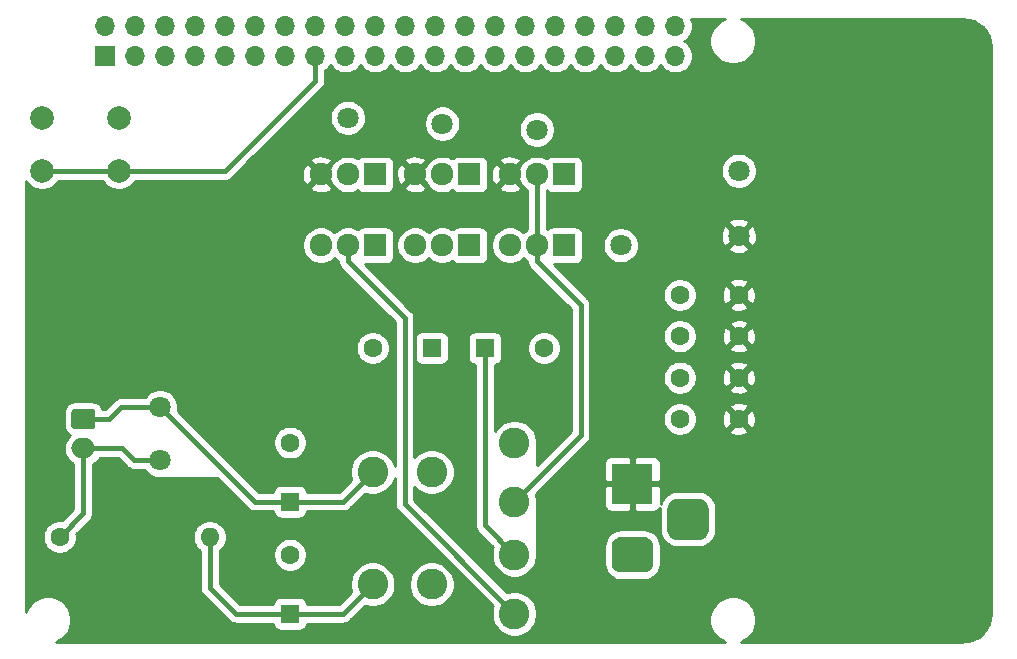
<source format=gbl>
G04 #@! TF.GenerationSoftware,KiCad,Pcbnew,(5.1.5)-2*
G04 #@! TF.CreationDate,2020-08-06T13:29:52+09:00*
G04 #@! TF.ProjectId,CAL_V_Simulation_circuit,43414c5f-565f-4536-996d-756c6174696f,rev?*
G04 #@! TF.SameCoordinates,Original*
G04 #@! TF.FileFunction,Copper,L2,Bot*
G04 #@! TF.FilePolarity,Positive*
%FSLAX46Y46*%
G04 Gerber Fmt 4.6, Leading zero omitted, Abs format (unit mm)*
G04 Created by KiCad (PCBNEW (5.1.5)-2) date 2020-08-06 13:29:52*
%MOMM*%
%LPD*%
G04 APERTURE LIST*
%ADD10C,1.800000*%
%ADD11C,0.100000*%
%ADD12O,2.000000X1.700000*%
%ADD13C,2.000000*%
%ADD14R,3.500000X3.500000*%
%ADD15R,1.700000X1.700000*%
%ADD16O,1.700000X1.700000*%
%ADD17C,1.600000*%
%ADD18R,1.600000X1.600000*%
%ADD19C,1.920000*%
%ADD20R,1.920000X1.920000*%
%ADD21O,1.600000X1.600000*%
%ADD22C,2.600000*%
%ADD23C,0.400000*%
%ADD24C,0.254000*%
G04 APERTURE END LIST*
D10*
X94900000Y-105000000D03*
G04 #@! TA.AperFunction,ComponentPad*
D11*
G36*
X57274504Y-128651204D02*
G01*
X57298773Y-128654804D01*
X57322571Y-128660765D01*
X57345671Y-128669030D01*
X57367849Y-128679520D01*
X57388893Y-128692133D01*
X57408598Y-128706747D01*
X57426777Y-128723223D01*
X57443253Y-128741402D01*
X57457867Y-128761107D01*
X57470480Y-128782151D01*
X57480970Y-128804329D01*
X57489235Y-128827429D01*
X57495196Y-128851227D01*
X57498796Y-128875496D01*
X57500000Y-128900000D01*
X57500000Y-130100000D01*
X57498796Y-130124504D01*
X57495196Y-130148773D01*
X57489235Y-130172571D01*
X57480970Y-130195671D01*
X57470480Y-130217849D01*
X57457867Y-130238893D01*
X57443253Y-130258598D01*
X57426777Y-130276777D01*
X57408598Y-130293253D01*
X57388893Y-130307867D01*
X57367849Y-130320480D01*
X57345671Y-130330970D01*
X57322571Y-130339235D01*
X57298773Y-130345196D01*
X57274504Y-130348796D01*
X57250000Y-130350000D01*
X55750000Y-130350000D01*
X55725496Y-130348796D01*
X55701227Y-130345196D01*
X55677429Y-130339235D01*
X55654329Y-130330970D01*
X55632151Y-130320480D01*
X55611107Y-130307867D01*
X55591402Y-130293253D01*
X55573223Y-130276777D01*
X55556747Y-130258598D01*
X55542133Y-130238893D01*
X55529520Y-130217849D01*
X55519030Y-130195671D01*
X55510765Y-130172571D01*
X55504804Y-130148773D01*
X55501204Y-130124504D01*
X55500000Y-130100000D01*
X55500000Y-128900000D01*
X55501204Y-128875496D01*
X55504804Y-128851227D01*
X55510765Y-128827429D01*
X55519030Y-128804329D01*
X55529520Y-128782151D01*
X55542133Y-128761107D01*
X55556747Y-128741402D01*
X55573223Y-128723223D01*
X55591402Y-128706747D01*
X55611107Y-128692133D01*
X55632151Y-128679520D01*
X55654329Y-128669030D01*
X55677429Y-128660765D01*
X55701227Y-128654804D01*
X55725496Y-128651204D01*
X55750000Y-128650000D01*
X57250000Y-128650000D01*
X57274504Y-128651204D01*
G37*
G04 #@! TD.AperFunction*
D12*
X56500000Y-132000000D03*
D10*
X102000000Y-114800000D03*
X86900000Y-104500000D03*
D13*
X53000000Y-108500000D03*
X53000000Y-104000000D03*
X59500000Y-108500000D03*
X59500000Y-104000000D03*
D14*
X103000000Y-135000000D03*
G04 #@! TA.AperFunction,ComponentPad*
D11*
G36*
X104073513Y-139503611D02*
G01*
X104146318Y-139514411D01*
X104217714Y-139532295D01*
X104287013Y-139557090D01*
X104353548Y-139588559D01*
X104416678Y-139626398D01*
X104475795Y-139670242D01*
X104530330Y-139719670D01*
X104579758Y-139774205D01*
X104623602Y-139833322D01*
X104661441Y-139896452D01*
X104692910Y-139962987D01*
X104717705Y-140032286D01*
X104735589Y-140103682D01*
X104746389Y-140176487D01*
X104750000Y-140250000D01*
X104750000Y-141750000D01*
X104746389Y-141823513D01*
X104735589Y-141896318D01*
X104717705Y-141967714D01*
X104692910Y-142037013D01*
X104661441Y-142103548D01*
X104623602Y-142166678D01*
X104579758Y-142225795D01*
X104530330Y-142280330D01*
X104475795Y-142329758D01*
X104416678Y-142373602D01*
X104353548Y-142411441D01*
X104287013Y-142442910D01*
X104217714Y-142467705D01*
X104146318Y-142485589D01*
X104073513Y-142496389D01*
X104000000Y-142500000D01*
X102000000Y-142500000D01*
X101926487Y-142496389D01*
X101853682Y-142485589D01*
X101782286Y-142467705D01*
X101712987Y-142442910D01*
X101646452Y-142411441D01*
X101583322Y-142373602D01*
X101524205Y-142329758D01*
X101469670Y-142280330D01*
X101420242Y-142225795D01*
X101376398Y-142166678D01*
X101338559Y-142103548D01*
X101307090Y-142037013D01*
X101282295Y-141967714D01*
X101264411Y-141896318D01*
X101253611Y-141823513D01*
X101250000Y-141750000D01*
X101250000Y-140250000D01*
X101253611Y-140176487D01*
X101264411Y-140103682D01*
X101282295Y-140032286D01*
X101307090Y-139962987D01*
X101338559Y-139896452D01*
X101376398Y-139833322D01*
X101420242Y-139774205D01*
X101469670Y-139719670D01*
X101524205Y-139670242D01*
X101583322Y-139626398D01*
X101646452Y-139588559D01*
X101712987Y-139557090D01*
X101782286Y-139532295D01*
X101853682Y-139514411D01*
X101926487Y-139503611D01*
X102000000Y-139500000D01*
X104000000Y-139500000D01*
X104073513Y-139503611D01*
G37*
G04 #@! TD.AperFunction*
G04 #@! TA.AperFunction,ComponentPad*
G36*
X108660765Y-136254213D02*
G01*
X108745704Y-136266813D01*
X108828999Y-136287677D01*
X108909848Y-136316605D01*
X108987472Y-136353319D01*
X109061124Y-136397464D01*
X109130094Y-136448616D01*
X109193718Y-136506282D01*
X109251384Y-136569906D01*
X109302536Y-136638876D01*
X109346681Y-136712528D01*
X109383395Y-136790152D01*
X109412323Y-136871001D01*
X109433187Y-136954296D01*
X109445787Y-137039235D01*
X109450000Y-137125000D01*
X109450000Y-138875000D01*
X109445787Y-138960765D01*
X109433187Y-139045704D01*
X109412323Y-139128999D01*
X109383395Y-139209848D01*
X109346681Y-139287472D01*
X109302536Y-139361124D01*
X109251384Y-139430094D01*
X109193718Y-139493718D01*
X109130094Y-139551384D01*
X109061124Y-139602536D01*
X108987472Y-139646681D01*
X108909848Y-139683395D01*
X108828999Y-139712323D01*
X108745704Y-139733187D01*
X108660765Y-139745787D01*
X108575000Y-139750000D01*
X106825000Y-139750000D01*
X106739235Y-139745787D01*
X106654296Y-139733187D01*
X106571001Y-139712323D01*
X106490152Y-139683395D01*
X106412528Y-139646681D01*
X106338876Y-139602536D01*
X106269906Y-139551384D01*
X106206282Y-139493718D01*
X106148616Y-139430094D01*
X106097464Y-139361124D01*
X106053319Y-139287472D01*
X106016605Y-139209848D01*
X105987677Y-139128999D01*
X105966813Y-139045704D01*
X105954213Y-138960765D01*
X105950000Y-138875000D01*
X105950000Y-137125000D01*
X105954213Y-137039235D01*
X105966813Y-136954296D01*
X105987677Y-136871001D01*
X106016605Y-136790152D01*
X106053319Y-136712528D01*
X106097464Y-136638876D01*
X106148616Y-136569906D01*
X106206282Y-136506282D01*
X106269906Y-136448616D01*
X106338876Y-136397464D01*
X106412528Y-136353319D01*
X106490152Y-136316605D01*
X106571001Y-136287677D01*
X106654296Y-136266813D01*
X106739235Y-136254213D01*
X106825000Y-136250000D01*
X108575000Y-136250000D01*
X108660765Y-136254213D01*
G37*
G04 #@! TD.AperFunction*
D15*
X58370000Y-98770000D03*
D16*
X58370000Y-96230000D03*
X60910000Y-98770000D03*
X60910000Y-96230000D03*
X63450000Y-98770000D03*
X63450000Y-96230000D03*
X65990000Y-98770000D03*
X65990000Y-96230000D03*
X68530000Y-98770000D03*
X68530000Y-96230000D03*
X71070000Y-98770000D03*
X71070000Y-96230000D03*
X73610000Y-98770000D03*
X73610000Y-96230000D03*
X76150000Y-98770000D03*
X76150000Y-96230000D03*
X78690000Y-98770000D03*
X78690000Y-96230000D03*
X81230000Y-98770000D03*
X81230000Y-96230000D03*
X83770000Y-98770000D03*
X83770000Y-96230000D03*
X86310000Y-98770000D03*
X86310000Y-96230000D03*
X88850000Y-98770000D03*
X88850000Y-96230000D03*
X91390000Y-98770000D03*
X91390000Y-96230000D03*
X93930000Y-98770000D03*
X93930000Y-96230000D03*
X96470000Y-98770000D03*
X96470000Y-96230000D03*
X99010000Y-98770000D03*
X99010000Y-96230000D03*
X101550000Y-98770000D03*
X101550000Y-96230000D03*
X104090000Y-98770000D03*
X104090000Y-96230000D03*
X106630000Y-98770000D03*
X106630000Y-96230000D03*
D17*
X112000000Y-129500000D03*
X107000000Y-129500000D03*
X107000000Y-126000000D03*
X112000000Y-126000000D03*
X112000000Y-122500000D03*
X107000000Y-122500000D03*
X107000000Y-119000000D03*
X112000000Y-119000000D03*
D18*
X74000000Y-136500000D03*
D17*
X74000000Y-131500000D03*
X81000000Y-123500000D03*
D18*
X86000000Y-123500000D03*
D17*
X74000000Y-141000000D03*
D18*
X74000000Y-146000000D03*
X90500000Y-123500000D03*
D17*
X95500000Y-123500000D03*
D19*
X92600000Y-108800000D03*
X94900000Y-108800000D03*
D20*
X97200000Y-108800000D03*
D19*
X92600000Y-114800000D03*
X94900000Y-114800000D03*
D20*
X97200000Y-114800000D03*
X89200000Y-108800000D03*
D19*
X86900000Y-108800000D03*
X84600000Y-108800000D03*
D20*
X89200000Y-114800000D03*
D19*
X86900000Y-114800000D03*
X84600000Y-114800000D03*
X76600000Y-108800000D03*
X78900000Y-108800000D03*
D20*
X81200000Y-108800000D03*
D19*
X76600000Y-114800000D03*
X78900000Y-114800000D03*
D20*
X81200000Y-114800000D03*
D17*
X54500000Y-139500000D03*
D21*
X67200000Y-139500000D03*
D10*
X112000000Y-108500000D03*
X112000000Y-114000000D03*
X78900000Y-104000000D03*
X63000000Y-128500000D03*
X63000000Y-133000000D03*
D22*
X93000000Y-146000000D03*
X93000000Y-141000000D03*
X93000000Y-131500000D03*
X93000000Y-136500000D03*
X86000000Y-134000000D03*
X81000000Y-134000000D03*
X81000000Y-143500000D03*
X86000000Y-143500000D03*
D23*
X83700000Y-136700000D02*
X93000000Y-146000000D01*
X78900000Y-114800000D02*
X78900000Y-116157645D01*
X83700000Y-120957645D02*
X83700000Y-136700000D01*
X78900000Y-116157645D02*
X83700000Y-120957645D01*
X94900000Y-110157645D02*
X94900000Y-114800000D01*
X94900000Y-108800000D02*
X94900000Y-110157645D01*
X94900000Y-116157645D02*
X98600000Y-119857645D01*
X94900000Y-114800000D02*
X94900000Y-116157645D01*
X98600000Y-130900000D02*
X93000000Y-136500000D01*
X98600000Y-119857645D02*
X98600000Y-130900000D01*
X53000000Y-108500000D02*
X59500000Y-108500000D01*
X59500000Y-108500000D02*
X68500000Y-108500000D01*
X76150000Y-100850000D02*
X76150000Y-98770000D01*
X68500000Y-108500000D02*
X76150000Y-100850000D01*
X56500000Y-129500000D02*
X58700000Y-129500000D01*
X59700000Y-128500000D02*
X63000000Y-128500000D01*
X58700000Y-129500000D02*
X59700000Y-128500000D01*
X71000000Y-136500000D02*
X63000000Y-128500000D01*
X74000000Y-136500000D02*
X71000000Y-136500000D01*
X78500000Y-136500000D02*
X81000000Y-134000000D01*
X74000000Y-136500000D02*
X78500000Y-136500000D01*
X78500000Y-146000000D02*
X81000000Y-143500000D01*
X74000000Y-146000000D02*
X78500000Y-146000000D01*
X74000000Y-146000000D02*
X69400000Y-146000000D01*
X67200000Y-143800000D02*
X67200000Y-139500000D01*
X69400000Y-146000000D02*
X67200000Y-143800000D01*
X90500000Y-138500000D02*
X93000000Y-141000000D01*
X90500000Y-123500000D02*
X90500000Y-138500000D01*
X56500000Y-137500000D02*
X54500000Y-139500000D01*
X56500000Y-132000000D02*
X56500000Y-137500000D01*
X63000000Y-133000000D02*
X60800000Y-133000000D01*
X59800000Y-132000000D02*
X56500000Y-132000000D01*
X60800000Y-133000000D02*
X59800000Y-132000000D01*
D24*
G36*
X110559750Y-95740915D02*
G01*
X110234636Y-95958149D01*
X109958149Y-96234636D01*
X109740915Y-96559750D01*
X109591282Y-96920997D01*
X109515000Y-97304495D01*
X109515000Y-97695505D01*
X109591282Y-98079003D01*
X109740915Y-98440250D01*
X109958149Y-98765364D01*
X110234636Y-99041851D01*
X110559750Y-99259085D01*
X110920997Y-99408718D01*
X111304495Y-99485000D01*
X111695505Y-99485000D01*
X112079003Y-99408718D01*
X112440250Y-99259085D01*
X112765364Y-99041851D01*
X113041851Y-98765364D01*
X113259085Y-98440250D01*
X113408718Y-98079003D01*
X113485000Y-97695505D01*
X113485000Y-97304495D01*
X113408718Y-96920997D01*
X113259085Y-96559750D01*
X113041851Y-96234636D01*
X112765364Y-95958149D01*
X112440250Y-95740915D01*
X112165234Y-95627000D01*
X130795524Y-95627000D01*
X130800435Y-95629105D01*
X130926430Y-95655887D01*
X130935595Y-95656850D01*
X131453893Y-95707670D01*
X131890498Y-95839489D01*
X132293185Y-96053600D01*
X132646612Y-96341848D01*
X132937327Y-96693261D01*
X133154242Y-97094439D01*
X133289106Y-97530113D01*
X133343542Y-98048044D01*
X133345736Y-98058733D01*
X133353021Y-98130451D01*
X133373000Y-98195801D01*
X133373000Y-145795525D01*
X133370895Y-145800436D01*
X133344113Y-145926430D01*
X133343150Y-145935595D01*
X133292330Y-146453894D01*
X133160512Y-146890497D01*
X132946399Y-147293186D01*
X132658150Y-147646613D01*
X132306739Y-147937327D01*
X131905564Y-148154240D01*
X131469886Y-148289106D01*
X130951955Y-148343543D01*
X130941274Y-148345735D01*
X130869549Y-148353021D01*
X130804199Y-148373000D01*
X112165234Y-148373000D01*
X112440250Y-148259085D01*
X112765364Y-148041851D01*
X113041851Y-147765364D01*
X113259085Y-147440250D01*
X113408718Y-147079003D01*
X113485000Y-146695505D01*
X113485000Y-146304495D01*
X113408718Y-145920997D01*
X113259085Y-145559750D01*
X113041851Y-145234636D01*
X112765364Y-144958149D01*
X112440250Y-144740915D01*
X112079003Y-144591282D01*
X111695505Y-144515000D01*
X111304495Y-144515000D01*
X110920997Y-144591282D01*
X110559750Y-144740915D01*
X110234636Y-144958149D01*
X109958149Y-145234636D01*
X109740915Y-145559750D01*
X109591282Y-145920997D01*
X109515000Y-146304495D01*
X109515000Y-146695505D01*
X109591282Y-147079003D01*
X109740915Y-147440250D01*
X109958149Y-147765364D01*
X110234636Y-148041851D01*
X110559750Y-148259085D01*
X110834766Y-148373000D01*
X54165234Y-148373000D01*
X54440250Y-148259085D01*
X54765364Y-148041851D01*
X55041851Y-147765364D01*
X55259085Y-147440250D01*
X55408718Y-147079003D01*
X55485000Y-146695505D01*
X55485000Y-146304495D01*
X55408718Y-145920997D01*
X55259085Y-145559750D01*
X55041851Y-145234636D01*
X54765364Y-144958149D01*
X54440250Y-144740915D01*
X54079003Y-144591282D01*
X53695505Y-144515000D01*
X53304495Y-144515000D01*
X52920997Y-144591282D01*
X52559750Y-144740915D01*
X52234636Y-144958149D01*
X51958149Y-145234636D01*
X51740915Y-145559750D01*
X51627000Y-145834766D01*
X51627000Y-139358665D01*
X53065000Y-139358665D01*
X53065000Y-139641335D01*
X53120147Y-139918574D01*
X53228320Y-140179727D01*
X53385363Y-140414759D01*
X53585241Y-140614637D01*
X53820273Y-140771680D01*
X54081426Y-140879853D01*
X54358665Y-140935000D01*
X54641335Y-140935000D01*
X54918574Y-140879853D01*
X55179727Y-140771680D01*
X55414759Y-140614637D01*
X55614637Y-140414759D01*
X55771680Y-140179727D01*
X55879853Y-139918574D01*
X55935000Y-139641335D01*
X55935000Y-139358665D01*
X65765000Y-139358665D01*
X65765000Y-139641335D01*
X65820147Y-139918574D01*
X65928320Y-140179727D01*
X66085363Y-140414759D01*
X66285241Y-140614637D01*
X66365001Y-140667931D01*
X66365000Y-143758981D01*
X66360960Y-143800000D01*
X66365000Y-143841018D01*
X66377082Y-143963688D01*
X66424828Y-144121086D01*
X66502364Y-144266145D01*
X66606709Y-144393291D01*
X66638579Y-144419446D01*
X68780563Y-146561432D01*
X68806709Y-146593291D01*
X68838568Y-146619437D01*
X68838570Y-146619439D01*
X68933854Y-146697636D01*
X69078913Y-146775172D01*
X69236311Y-146822918D01*
X69400000Y-146839040D01*
X69441018Y-146835000D01*
X72565375Y-146835000D01*
X72574188Y-146924482D01*
X72610498Y-147044180D01*
X72669463Y-147154494D01*
X72748815Y-147251185D01*
X72845506Y-147330537D01*
X72955820Y-147389502D01*
X73075518Y-147425812D01*
X73200000Y-147438072D01*
X74800000Y-147438072D01*
X74924482Y-147425812D01*
X75044180Y-147389502D01*
X75154494Y-147330537D01*
X75251185Y-147251185D01*
X75330537Y-147154494D01*
X75389502Y-147044180D01*
X75425812Y-146924482D01*
X75434625Y-146835000D01*
X78458982Y-146835000D01*
X78500000Y-146839040D01*
X78541018Y-146835000D01*
X78541019Y-146835000D01*
X78663689Y-146822918D01*
X78821087Y-146775172D01*
X78966146Y-146697636D01*
X79093291Y-146593291D01*
X79119446Y-146561421D01*
X80354015Y-145326853D01*
X80435581Y-145360639D01*
X80809419Y-145435000D01*
X81190581Y-145435000D01*
X81564419Y-145360639D01*
X81916566Y-145214775D01*
X82233491Y-145003013D01*
X82503013Y-144733491D01*
X82714775Y-144416566D01*
X82860639Y-144064419D01*
X82935000Y-143690581D01*
X82935000Y-143309419D01*
X84065000Y-143309419D01*
X84065000Y-143690581D01*
X84139361Y-144064419D01*
X84285225Y-144416566D01*
X84496987Y-144733491D01*
X84766509Y-145003013D01*
X85083434Y-145214775D01*
X85435581Y-145360639D01*
X85809419Y-145435000D01*
X86190581Y-145435000D01*
X86564419Y-145360639D01*
X86916566Y-145214775D01*
X87233491Y-145003013D01*
X87503013Y-144733491D01*
X87714775Y-144416566D01*
X87860639Y-144064419D01*
X87935000Y-143690581D01*
X87935000Y-143309419D01*
X87860639Y-142935581D01*
X87714775Y-142583434D01*
X87503013Y-142266509D01*
X87233491Y-141996987D01*
X86916566Y-141785225D01*
X86564419Y-141639361D01*
X86190581Y-141565000D01*
X85809419Y-141565000D01*
X85435581Y-141639361D01*
X85083434Y-141785225D01*
X84766509Y-141996987D01*
X84496987Y-142266509D01*
X84285225Y-142583434D01*
X84139361Y-142935581D01*
X84065000Y-143309419D01*
X82935000Y-143309419D01*
X82860639Y-142935581D01*
X82714775Y-142583434D01*
X82503013Y-142266509D01*
X82233491Y-141996987D01*
X81916566Y-141785225D01*
X81564419Y-141639361D01*
X81190581Y-141565000D01*
X80809419Y-141565000D01*
X80435581Y-141639361D01*
X80083434Y-141785225D01*
X79766509Y-141996987D01*
X79496987Y-142266509D01*
X79285225Y-142583434D01*
X79139361Y-142935581D01*
X79065000Y-143309419D01*
X79065000Y-143690581D01*
X79139361Y-144064419D01*
X79173147Y-144145985D01*
X78154133Y-145165000D01*
X75434625Y-145165000D01*
X75425812Y-145075518D01*
X75389502Y-144955820D01*
X75330537Y-144845506D01*
X75251185Y-144748815D01*
X75154494Y-144669463D01*
X75044180Y-144610498D01*
X74924482Y-144574188D01*
X74800000Y-144561928D01*
X73200000Y-144561928D01*
X73075518Y-144574188D01*
X72955820Y-144610498D01*
X72845506Y-144669463D01*
X72748815Y-144748815D01*
X72669463Y-144845506D01*
X72610498Y-144955820D01*
X72574188Y-145075518D01*
X72565375Y-145165000D01*
X69745869Y-145165000D01*
X68035000Y-143454133D01*
X68035000Y-140858665D01*
X72565000Y-140858665D01*
X72565000Y-141141335D01*
X72620147Y-141418574D01*
X72728320Y-141679727D01*
X72885363Y-141914759D01*
X73085241Y-142114637D01*
X73320273Y-142271680D01*
X73581426Y-142379853D01*
X73858665Y-142435000D01*
X74141335Y-142435000D01*
X74418574Y-142379853D01*
X74679727Y-142271680D01*
X74914759Y-142114637D01*
X75114637Y-141914759D01*
X75271680Y-141679727D01*
X75379853Y-141418574D01*
X75435000Y-141141335D01*
X75435000Y-140858665D01*
X75379853Y-140581426D01*
X75271680Y-140320273D01*
X75114637Y-140085241D01*
X74914759Y-139885363D01*
X74679727Y-139728320D01*
X74418574Y-139620147D01*
X74141335Y-139565000D01*
X73858665Y-139565000D01*
X73581426Y-139620147D01*
X73320273Y-139728320D01*
X73085241Y-139885363D01*
X72885363Y-140085241D01*
X72728320Y-140320273D01*
X72620147Y-140581426D01*
X72565000Y-140858665D01*
X68035000Y-140858665D01*
X68035000Y-140667930D01*
X68114759Y-140614637D01*
X68314637Y-140414759D01*
X68471680Y-140179727D01*
X68579853Y-139918574D01*
X68635000Y-139641335D01*
X68635000Y-139358665D01*
X68579853Y-139081426D01*
X68471680Y-138820273D01*
X68314637Y-138585241D01*
X68114759Y-138385363D01*
X67879727Y-138228320D01*
X67618574Y-138120147D01*
X67341335Y-138065000D01*
X67058665Y-138065000D01*
X66781426Y-138120147D01*
X66520273Y-138228320D01*
X66285241Y-138385363D01*
X66085363Y-138585241D01*
X65928320Y-138820273D01*
X65820147Y-139081426D01*
X65765000Y-139358665D01*
X55935000Y-139358665D01*
X55916285Y-139264582D01*
X57061427Y-138119441D01*
X57093291Y-138093291D01*
X57197636Y-137966146D01*
X57275172Y-137821087D01*
X57322918Y-137663689D01*
X57335000Y-137541019D01*
X57339040Y-137500001D01*
X57335000Y-137458982D01*
X57335000Y-133317683D01*
X57479014Y-133240706D01*
X57705134Y-133055134D01*
X57885793Y-132835000D01*
X59454132Y-132835000D01*
X60180563Y-133561432D01*
X60206709Y-133593291D01*
X60238568Y-133619437D01*
X60238570Y-133619439D01*
X60270023Y-133645251D01*
X60333854Y-133697636D01*
X60478913Y-133775172D01*
X60636311Y-133822918D01*
X60758981Y-133835000D01*
X60758982Y-133835000D01*
X60800000Y-133839040D01*
X60841018Y-133835000D01*
X61711801Y-133835000D01*
X61807688Y-133978505D01*
X62021495Y-134192312D01*
X62272905Y-134360299D01*
X62552257Y-134476011D01*
X62848816Y-134535000D01*
X63151184Y-134535000D01*
X63405736Y-134484367D01*
X63410197Y-134489803D01*
X63429443Y-134505597D01*
X63451399Y-134517333D01*
X63475224Y-134524560D01*
X63500000Y-134527000D01*
X67800000Y-134527000D01*
X67824776Y-134524560D01*
X67839290Y-134520157D01*
X70380559Y-137061427D01*
X70406709Y-137093291D01*
X70533854Y-137197636D01*
X70678913Y-137275172D01*
X70836311Y-137322918D01*
X70958981Y-137335000D01*
X70958991Y-137335000D01*
X70999999Y-137339039D01*
X71041007Y-137335000D01*
X72565375Y-137335000D01*
X72574188Y-137424482D01*
X72610498Y-137544180D01*
X72669463Y-137654494D01*
X72748815Y-137751185D01*
X72845506Y-137830537D01*
X72955820Y-137889502D01*
X73075518Y-137925812D01*
X73200000Y-137938072D01*
X74800000Y-137938072D01*
X74924482Y-137925812D01*
X75044180Y-137889502D01*
X75154494Y-137830537D01*
X75251185Y-137751185D01*
X75330537Y-137654494D01*
X75389502Y-137544180D01*
X75425812Y-137424482D01*
X75434625Y-137335000D01*
X78458982Y-137335000D01*
X78500000Y-137339040D01*
X78541018Y-137335000D01*
X78541019Y-137335000D01*
X78663689Y-137322918D01*
X78821087Y-137275172D01*
X78966146Y-137197636D01*
X79093291Y-137093291D01*
X79119446Y-137061421D01*
X80354015Y-135826853D01*
X80435581Y-135860639D01*
X80809419Y-135935000D01*
X81190581Y-135935000D01*
X81564419Y-135860639D01*
X81916566Y-135714775D01*
X82233491Y-135503013D01*
X82503013Y-135233491D01*
X82714775Y-134916566D01*
X82860639Y-134564419D01*
X82865001Y-134542490D01*
X82865001Y-136658971D01*
X82860960Y-136700000D01*
X82877082Y-136863688D01*
X82924828Y-137021086D01*
X83002364Y-137166145D01*
X83002365Y-137166146D01*
X83106710Y-137293291D01*
X83138574Y-137319441D01*
X91173147Y-145354015D01*
X91139361Y-145435581D01*
X91065000Y-145809419D01*
X91065000Y-146190581D01*
X91139361Y-146564419D01*
X91285225Y-146916566D01*
X91496987Y-147233491D01*
X91766509Y-147503013D01*
X92083434Y-147714775D01*
X92435581Y-147860639D01*
X92809419Y-147935000D01*
X93190581Y-147935000D01*
X93564419Y-147860639D01*
X93916566Y-147714775D01*
X94233491Y-147503013D01*
X94503013Y-147233491D01*
X94714775Y-146916566D01*
X94860639Y-146564419D01*
X94935000Y-146190581D01*
X94935000Y-145809419D01*
X94860639Y-145435581D01*
X94714775Y-145083434D01*
X94503013Y-144766509D01*
X94233491Y-144496987D01*
X93916566Y-144285225D01*
X93564419Y-144139361D01*
X93190581Y-144065000D01*
X92809419Y-144065000D01*
X92435581Y-144139361D01*
X92354015Y-144173147D01*
X84535000Y-136354133D01*
X84535000Y-135271504D01*
X84766509Y-135503013D01*
X85083434Y-135714775D01*
X85435581Y-135860639D01*
X85809419Y-135935000D01*
X86190581Y-135935000D01*
X86564419Y-135860639D01*
X86916566Y-135714775D01*
X87233491Y-135503013D01*
X87503013Y-135233491D01*
X87714775Y-134916566D01*
X87860639Y-134564419D01*
X87935000Y-134190581D01*
X87935000Y-133809419D01*
X87860639Y-133435581D01*
X87714775Y-133083434D01*
X87503013Y-132766509D01*
X87233491Y-132496987D01*
X86916566Y-132285225D01*
X86564419Y-132139361D01*
X86190581Y-132065000D01*
X85809419Y-132065000D01*
X85435581Y-132139361D01*
X85083434Y-132285225D01*
X84766509Y-132496987D01*
X84535000Y-132728496D01*
X84535000Y-122700000D01*
X84561928Y-122700000D01*
X84561928Y-124300000D01*
X84574188Y-124424482D01*
X84610498Y-124544180D01*
X84669463Y-124654494D01*
X84748815Y-124751185D01*
X84845506Y-124830537D01*
X84955820Y-124889502D01*
X85075518Y-124925812D01*
X85200000Y-124938072D01*
X86800000Y-124938072D01*
X86924482Y-124925812D01*
X87044180Y-124889502D01*
X87154494Y-124830537D01*
X87251185Y-124751185D01*
X87330537Y-124654494D01*
X87389502Y-124544180D01*
X87425812Y-124424482D01*
X87438072Y-124300000D01*
X87438072Y-122700000D01*
X89061928Y-122700000D01*
X89061928Y-124300000D01*
X89074188Y-124424482D01*
X89110498Y-124544180D01*
X89169463Y-124654494D01*
X89248815Y-124751185D01*
X89345506Y-124830537D01*
X89455820Y-124889502D01*
X89575518Y-124925812D01*
X89665000Y-124934625D01*
X89665001Y-138458971D01*
X89660960Y-138500000D01*
X89677082Y-138663688D01*
X89724828Y-138821086D01*
X89802364Y-138966145D01*
X89802365Y-138966146D01*
X89906710Y-139093291D01*
X89938574Y-139119441D01*
X91173147Y-140354015D01*
X91139361Y-140435581D01*
X91065000Y-140809419D01*
X91065000Y-141190581D01*
X91139361Y-141564419D01*
X91285225Y-141916566D01*
X91496987Y-142233491D01*
X91766509Y-142503013D01*
X92083434Y-142714775D01*
X92435581Y-142860639D01*
X92809419Y-142935000D01*
X93190581Y-142935000D01*
X93564419Y-142860639D01*
X93916566Y-142714775D01*
X94233491Y-142503013D01*
X94503013Y-142233491D01*
X94714775Y-141916566D01*
X94860639Y-141564419D01*
X94935000Y-141190581D01*
X94935000Y-140809419D01*
X94927000Y-140769200D01*
X94927000Y-140250000D01*
X100611928Y-140250000D01*
X100611928Y-141750000D01*
X100638599Y-142020799D01*
X100717589Y-142281192D01*
X100845860Y-142521171D01*
X101018485Y-142731515D01*
X101228829Y-142904140D01*
X101468808Y-143032411D01*
X101729201Y-143111401D01*
X102000000Y-143138072D01*
X104000000Y-143138072D01*
X104270799Y-143111401D01*
X104531192Y-143032411D01*
X104771171Y-142904140D01*
X104981515Y-142731515D01*
X105154140Y-142521171D01*
X105282411Y-142281192D01*
X105361401Y-142020799D01*
X105388072Y-141750000D01*
X105388072Y-140250000D01*
X105361401Y-139979201D01*
X105282411Y-139718808D01*
X105154140Y-139478829D01*
X104981515Y-139268485D01*
X104771171Y-139095860D01*
X104531192Y-138967589D01*
X104270799Y-138888599D01*
X104000000Y-138861928D01*
X102000000Y-138861928D01*
X101729201Y-138888599D01*
X101468808Y-138967589D01*
X101228829Y-139095860D01*
X101018485Y-139268485D01*
X100845860Y-139478829D01*
X100717589Y-139718808D01*
X100638599Y-139979201D01*
X100611928Y-140250000D01*
X94927000Y-140250000D01*
X94927000Y-136750000D01*
X100611928Y-136750000D01*
X100624188Y-136874482D01*
X100660498Y-136994180D01*
X100719463Y-137104494D01*
X100798815Y-137201185D01*
X100895506Y-137280537D01*
X101005820Y-137339502D01*
X101125518Y-137375812D01*
X101250000Y-137388072D01*
X102714250Y-137385000D01*
X102873000Y-137226250D01*
X102873000Y-135127000D01*
X103127000Y-135127000D01*
X103127000Y-137226250D01*
X103285750Y-137385000D01*
X104750000Y-137388072D01*
X104874482Y-137375812D01*
X104994180Y-137339502D01*
X105104494Y-137280537D01*
X105201185Y-137201185D01*
X105280537Y-137104494D01*
X105321494Y-137027869D01*
X105311928Y-137125000D01*
X105311928Y-138875000D01*
X105341001Y-139170186D01*
X105427104Y-139454028D01*
X105566927Y-139715618D01*
X105755097Y-139944903D01*
X105984382Y-140133073D01*
X106245972Y-140272896D01*
X106529814Y-140358999D01*
X106825000Y-140388072D01*
X108575000Y-140388072D01*
X108870186Y-140358999D01*
X109154028Y-140272896D01*
X109415618Y-140133073D01*
X109644903Y-139944903D01*
X109833073Y-139715618D01*
X109972896Y-139454028D01*
X110058999Y-139170186D01*
X110088072Y-138875000D01*
X110088072Y-137125000D01*
X110058999Y-136829814D01*
X109972896Y-136545972D01*
X109833073Y-136284382D01*
X109644903Y-136055097D01*
X109415618Y-135866927D01*
X109154028Y-135727104D01*
X108870186Y-135641001D01*
X108575000Y-135611928D01*
X106825000Y-135611928D01*
X106529814Y-135641001D01*
X106245972Y-135727104D01*
X105984382Y-135866927D01*
X105755097Y-136055097D01*
X105566927Y-136284382D01*
X105427104Y-136545972D01*
X105387915Y-136675160D01*
X105385000Y-135285750D01*
X105226250Y-135127000D01*
X103127000Y-135127000D01*
X102873000Y-135127000D01*
X100773750Y-135127000D01*
X100615000Y-135285750D01*
X100611928Y-136750000D01*
X94927000Y-136750000D01*
X94927000Y-136730800D01*
X94935000Y-136690581D01*
X94935000Y-136309419D01*
X94860639Y-135935581D01*
X94826853Y-135854014D01*
X97430868Y-133250000D01*
X100611928Y-133250000D01*
X100615000Y-134714250D01*
X100773750Y-134873000D01*
X102873000Y-134873000D01*
X102873000Y-132773750D01*
X103127000Y-132773750D01*
X103127000Y-134873000D01*
X105226250Y-134873000D01*
X105385000Y-134714250D01*
X105388072Y-133250000D01*
X105375812Y-133125518D01*
X105339502Y-133005820D01*
X105280537Y-132895506D01*
X105201185Y-132798815D01*
X105104494Y-132719463D01*
X104994180Y-132660498D01*
X104874482Y-132624188D01*
X104750000Y-132611928D01*
X103285750Y-132615000D01*
X103127000Y-132773750D01*
X102873000Y-132773750D01*
X102714250Y-132615000D01*
X101250000Y-132611928D01*
X101125518Y-132624188D01*
X101005820Y-132660498D01*
X100895506Y-132719463D01*
X100798815Y-132798815D01*
X100719463Y-132895506D01*
X100660498Y-133005820D01*
X100624188Y-133125518D01*
X100611928Y-133250000D01*
X97430868Y-133250000D01*
X99161432Y-131519437D01*
X99193291Y-131493291D01*
X99222841Y-131457285D01*
X99297636Y-131366146D01*
X99375172Y-131221087D01*
X99422918Y-131063689D01*
X99439040Y-130900000D01*
X99435000Y-130858982D01*
X99435000Y-129358665D01*
X105565000Y-129358665D01*
X105565000Y-129641335D01*
X105620147Y-129918574D01*
X105728320Y-130179727D01*
X105885363Y-130414759D01*
X106085241Y-130614637D01*
X106320273Y-130771680D01*
X106581426Y-130879853D01*
X106858665Y-130935000D01*
X107141335Y-130935000D01*
X107418574Y-130879853D01*
X107679727Y-130771680D01*
X107914759Y-130614637D01*
X108036694Y-130492702D01*
X111186903Y-130492702D01*
X111258486Y-130736671D01*
X111513996Y-130857571D01*
X111788184Y-130926300D01*
X112070512Y-130940217D01*
X112350130Y-130898787D01*
X112616292Y-130803603D01*
X112741514Y-130736671D01*
X112813097Y-130492702D01*
X112000000Y-129679605D01*
X111186903Y-130492702D01*
X108036694Y-130492702D01*
X108114637Y-130414759D01*
X108271680Y-130179727D01*
X108379853Y-129918574D01*
X108435000Y-129641335D01*
X108435000Y-129570512D01*
X110559783Y-129570512D01*
X110601213Y-129850130D01*
X110696397Y-130116292D01*
X110763329Y-130241514D01*
X111007298Y-130313097D01*
X111820395Y-129500000D01*
X112179605Y-129500000D01*
X112992702Y-130313097D01*
X113236671Y-130241514D01*
X113357571Y-129986004D01*
X113426300Y-129711816D01*
X113440217Y-129429488D01*
X113398787Y-129149870D01*
X113303603Y-128883708D01*
X113236671Y-128758486D01*
X112992702Y-128686903D01*
X112179605Y-129500000D01*
X111820395Y-129500000D01*
X111007298Y-128686903D01*
X110763329Y-128758486D01*
X110642429Y-129013996D01*
X110573700Y-129288184D01*
X110559783Y-129570512D01*
X108435000Y-129570512D01*
X108435000Y-129358665D01*
X108379853Y-129081426D01*
X108271680Y-128820273D01*
X108114637Y-128585241D01*
X108036694Y-128507298D01*
X111186903Y-128507298D01*
X112000000Y-129320395D01*
X112813097Y-128507298D01*
X112741514Y-128263329D01*
X112486004Y-128142429D01*
X112211816Y-128073700D01*
X111929488Y-128059783D01*
X111649870Y-128101213D01*
X111383708Y-128196397D01*
X111258486Y-128263329D01*
X111186903Y-128507298D01*
X108036694Y-128507298D01*
X107914759Y-128385363D01*
X107679727Y-128228320D01*
X107418574Y-128120147D01*
X107141335Y-128065000D01*
X106858665Y-128065000D01*
X106581426Y-128120147D01*
X106320273Y-128228320D01*
X106085241Y-128385363D01*
X105885363Y-128585241D01*
X105728320Y-128820273D01*
X105620147Y-129081426D01*
X105565000Y-129358665D01*
X99435000Y-129358665D01*
X99435000Y-125858665D01*
X105565000Y-125858665D01*
X105565000Y-126141335D01*
X105620147Y-126418574D01*
X105728320Y-126679727D01*
X105885363Y-126914759D01*
X106085241Y-127114637D01*
X106320273Y-127271680D01*
X106581426Y-127379853D01*
X106858665Y-127435000D01*
X107141335Y-127435000D01*
X107418574Y-127379853D01*
X107679727Y-127271680D01*
X107914759Y-127114637D01*
X108036694Y-126992702D01*
X111186903Y-126992702D01*
X111258486Y-127236671D01*
X111513996Y-127357571D01*
X111788184Y-127426300D01*
X112070512Y-127440217D01*
X112350130Y-127398787D01*
X112616292Y-127303603D01*
X112741514Y-127236671D01*
X112813097Y-126992702D01*
X112000000Y-126179605D01*
X111186903Y-126992702D01*
X108036694Y-126992702D01*
X108114637Y-126914759D01*
X108271680Y-126679727D01*
X108379853Y-126418574D01*
X108435000Y-126141335D01*
X108435000Y-126070512D01*
X110559783Y-126070512D01*
X110601213Y-126350130D01*
X110696397Y-126616292D01*
X110763329Y-126741514D01*
X111007298Y-126813097D01*
X111820395Y-126000000D01*
X112179605Y-126000000D01*
X112992702Y-126813097D01*
X113236671Y-126741514D01*
X113357571Y-126486004D01*
X113426300Y-126211816D01*
X113440217Y-125929488D01*
X113398787Y-125649870D01*
X113303603Y-125383708D01*
X113236671Y-125258486D01*
X112992702Y-125186903D01*
X112179605Y-126000000D01*
X111820395Y-126000000D01*
X111007298Y-125186903D01*
X110763329Y-125258486D01*
X110642429Y-125513996D01*
X110573700Y-125788184D01*
X110559783Y-126070512D01*
X108435000Y-126070512D01*
X108435000Y-125858665D01*
X108379853Y-125581426D01*
X108271680Y-125320273D01*
X108114637Y-125085241D01*
X108036694Y-125007298D01*
X111186903Y-125007298D01*
X112000000Y-125820395D01*
X112813097Y-125007298D01*
X112741514Y-124763329D01*
X112486004Y-124642429D01*
X112211816Y-124573700D01*
X111929488Y-124559783D01*
X111649870Y-124601213D01*
X111383708Y-124696397D01*
X111258486Y-124763329D01*
X111186903Y-125007298D01*
X108036694Y-125007298D01*
X107914759Y-124885363D01*
X107679727Y-124728320D01*
X107418574Y-124620147D01*
X107141335Y-124565000D01*
X106858665Y-124565000D01*
X106581426Y-124620147D01*
X106320273Y-124728320D01*
X106085241Y-124885363D01*
X105885363Y-125085241D01*
X105728320Y-125320273D01*
X105620147Y-125581426D01*
X105565000Y-125858665D01*
X99435000Y-125858665D01*
X99435000Y-122358665D01*
X105565000Y-122358665D01*
X105565000Y-122641335D01*
X105620147Y-122918574D01*
X105728320Y-123179727D01*
X105885363Y-123414759D01*
X106085241Y-123614637D01*
X106320273Y-123771680D01*
X106581426Y-123879853D01*
X106858665Y-123935000D01*
X107141335Y-123935000D01*
X107418574Y-123879853D01*
X107679727Y-123771680D01*
X107914759Y-123614637D01*
X108036694Y-123492702D01*
X111186903Y-123492702D01*
X111258486Y-123736671D01*
X111513996Y-123857571D01*
X111788184Y-123926300D01*
X112070512Y-123940217D01*
X112350130Y-123898787D01*
X112616292Y-123803603D01*
X112741514Y-123736671D01*
X112813097Y-123492702D01*
X112000000Y-122679605D01*
X111186903Y-123492702D01*
X108036694Y-123492702D01*
X108114637Y-123414759D01*
X108271680Y-123179727D01*
X108379853Y-122918574D01*
X108435000Y-122641335D01*
X108435000Y-122570512D01*
X110559783Y-122570512D01*
X110601213Y-122850130D01*
X110696397Y-123116292D01*
X110763329Y-123241514D01*
X111007298Y-123313097D01*
X111820395Y-122500000D01*
X112179605Y-122500000D01*
X112992702Y-123313097D01*
X113236671Y-123241514D01*
X113357571Y-122986004D01*
X113426300Y-122711816D01*
X113440217Y-122429488D01*
X113398787Y-122149870D01*
X113303603Y-121883708D01*
X113236671Y-121758486D01*
X112992702Y-121686903D01*
X112179605Y-122500000D01*
X111820395Y-122500000D01*
X111007298Y-121686903D01*
X110763329Y-121758486D01*
X110642429Y-122013996D01*
X110573700Y-122288184D01*
X110559783Y-122570512D01*
X108435000Y-122570512D01*
X108435000Y-122358665D01*
X108379853Y-122081426D01*
X108271680Y-121820273D01*
X108114637Y-121585241D01*
X108036694Y-121507298D01*
X111186903Y-121507298D01*
X112000000Y-122320395D01*
X112813097Y-121507298D01*
X112741514Y-121263329D01*
X112486004Y-121142429D01*
X112211816Y-121073700D01*
X111929488Y-121059783D01*
X111649870Y-121101213D01*
X111383708Y-121196397D01*
X111258486Y-121263329D01*
X111186903Y-121507298D01*
X108036694Y-121507298D01*
X107914759Y-121385363D01*
X107679727Y-121228320D01*
X107418574Y-121120147D01*
X107141335Y-121065000D01*
X106858665Y-121065000D01*
X106581426Y-121120147D01*
X106320273Y-121228320D01*
X106085241Y-121385363D01*
X105885363Y-121585241D01*
X105728320Y-121820273D01*
X105620147Y-122081426D01*
X105565000Y-122358665D01*
X99435000Y-122358665D01*
X99435000Y-119898663D01*
X99439040Y-119857644D01*
X99422918Y-119693956D01*
X99375172Y-119536558D01*
X99297636Y-119391499D01*
X99263685Y-119350130D01*
X99193291Y-119264354D01*
X99161428Y-119238205D01*
X98781888Y-118858665D01*
X105565000Y-118858665D01*
X105565000Y-119141335D01*
X105620147Y-119418574D01*
X105728320Y-119679727D01*
X105885363Y-119914759D01*
X106085241Y-120114637D01*
X106320273Y-120271680D01*
X106581426Y-120379853D01*
X106858665Y-120435000D01*
X107141335Y-120435000D01*
X107418574Y-120379853D01*
X107679727Y-120271680D01*
X107914759Y-120114637D01*
X108036694Y-119992702D01*
X111186903Y-119992702D01*
X111258486Y-120236671D01*
X111513996Y-120357571D01*
X111788184Y-120426300D01*
X112070512Y-120440217D01*
X112350130Y-120398787D01*
X112616292Y-120303603D01*
X112741514Y-120236671D01*
X112813097Y-119992702D01*
X112000000Y-119179605D01*
X111186903Y-119992702D01*
X108036694Y-119992702D01*
X108114637Y-119914759D01*
X108271680Y-119679727D01*
X108379853Y-119418574D01*
X108435000Y-119141335D01*
X108435000Y-119070512D01*
X110559783Y-119070512D01*
X110601213Y-119350130D01*
X110696397Y-119616292D01*
X110763329Y-119741514D01*
X111007298Y-119813097D01*
X111820395Y-119000000D01*
X112179605Y-119000000D01*
X112992702Y-119813097D01*
X113236671Y-119741514D01*
X113357571Y-119486004D01*
X113426300Y-119211816D01*
X113440217Y-118929488D01*
X113398787Y-118649870D01*
X113303603Y-118383708D01*
X113236671Y-118258486D01*
X112992702Y-118186903D01*
X112179605Y-119000000D01*
X111820395Y-119000000D01*
X111007298Y-118186903D01*
X110763329Y-118258486D01*
X110642429Y-118513996D01*
X110573700Y-118788184D01*
X110559783Y-119070512D01*
X108435000Y-119070512D01*
X108435000Y-118858665D01*
X108379853Y-118581426D01*
X108271680Y-118320273D01*
X108114637Y-118085241D01*
X108036694Y-118007298D01*
X111186903Y-118007298D01*
X112000000Y-118820395D01*
X112813097Y-118007298D01*
X112741514Y-117763329D01*
X112486004Y-117642429D01*
X112211816Y-117573700D01*
X111929488Y-117559783D01*
X111649870Y-117601213D01*
X111383708Y-117696397D01*
X111258486Y-117763329D01*
X111186903Y-118007298D01*
X108036694Y-118007298D01*
X107914759Y-117885363D01*
X107679727Y-117728320D01*
X107418574Y-117620147D01*
X107141335Y-117565000D01*
X106858665Y-117565000D01*
X106581426Y-117620147D01*
X106320273Y-117728320D01*
X106085241Y-117885363D01*
X105885363Y-118085241D01*
X105728320Y-118320273D01*
X105620147Y-118581426D01*
X105565000Y-118858665D01*
X98781888Y-118858665D01*
X96321294Y-116398072D01*
X98160000Y-116398072D01*
X98284482Y-116385812D01*
X98404180Y-116349502D01*
X98514494Y-116290537D01*
X98611185Y-116211185D01*
X98690537Y-116114494D01*
X98749502Y-116004180D01*
X98785812Y-115884482D01*
X98798072Y-115760000D01*
X98798072Y-114648816D01*
X100465000Y-114648816D01*
X100465000Y-114951184D01*
X100523989Y-115247743D01*
X100639701Y-115527095D01*
X100807688Y-115778505D01*
X101021495Y-115992312D01*
X101272905Y-116160299D01*
X101552257Y-116276011D01*
X101848816Y-116335000D01*
X102151184Y-116335000D01*
X102447743Y-116276011D01*
X102727095Y-116160299D01*
X102978505Y-115992312D01*
X103192312Y-115778505D01*
X103360299Y-115527095D01*
X103476011Y-115247743D01*
X103512543Y-115064080D01*
X111115525Y-115064080D01*
X111199208Y-115318261D01*
X111471775Y-115449158D01*
X111764642Y-115524365D01*
X112066553Y-115540991D01*
X112365907Y-115498397D01*
X112651199Y-115398222D01*
X112800792Y-115318261D01*
X112884475Y-115064080D01*
X112000000Y-114179605D01*
X111115525Y-115064080D01*
X103512543Y-115064080D01*
X103535000Y-114951184D01*
X103535000Y-114648816D01*
X103476011Y-114352257D01*
X103360299Y-114072905D01*
X103356055Y-114066553D01*
X110459009Y-114066553D01*
X110501603Y-114365907D01*
X110601778Y-114651199D01*
X110681739Y-114800792D01*
X110935920Y-114884475D01*
X111820395Y-114000000D01*
X112179605Y-114000000D01*
X113064080Y-114884475D01*
X113318261Y-114800792D01*
X113449158Y-114528225D01*
X113524365Y-114235358D01*
X113540991Y-113933447D01*
X113498397Y-113634093D01*
X113398222Y-113348801D01*
X113318261Y-113199208D01*
X113064080Y-113115525D01*
X112179605Y-114000000D01*
X111820395Y-114000000D01*
X110935920Y-113115525D01*
X110681739Y-113199208D01*
X110550842Y-113471775D01*
X110475635Y-113764642D01*
X110459009Y-114066553D01*
X103356055Y-114066553D01*
X103192312Y-113821495D01*
X102978505Y-113607688D01*
X102727095Y-113439701D01*
X102447743Y-113323989D01*
X102151184Y-113265000D01*
X101848816Y-113265000D01*
X101552257Y-113323989D01*
X101272905Y-113439701D01*
X101021495Y-113607688D01*
X100807688Y-113821495D01*
X100639701Y-114072905D01*
X100523989Y-114352257D01*
X100465000Y-114648816D01*
X98798072Y-114648816D01*
X98798072Y-113840000D01*
X98785812Y-113715518D01*
X98749502Y-113595820D01*
X98690537Y-113485506D01*
X98611185Y-113388815D01*
X98514494Y-113309463D01*
X98404180Y-113250498D01*
X98284482Y-113214188D01*
X98160000Y-113201928D01*
X96240000Y-113201928D01*
X96115518Y-113214188D01*
X95995820Y-113250498D01*
X95885506Y-113309463D01*
X95788815Y-113388815D01*
X95742818Y-113444862D01*
X95735000Y-113439638D01*
X95735000Y-112935920D01*
X111115525Y-112935920D01*
X112000000Y-113820395D01*
X112884475Y-112935920D01*
X112800792Y-112681739D01*
X112528225Y-112550842D01*
X112235358Y-112475635D01*
X111933447Y-112459009D01*
X111634093Y-112501603D01*
X111348801Y-112601778D01*
X111199208Y-112681739D01*
X111115525Y-112935920D01*
X95735000Y-112935920D01*
X95735000Y-110160362D01*
X95742818Y-110155138D01*
X95788815Y-110211185D01*
X95885506Y-110290537D01*
X95995820Y-110349502D01*
X96115518Y-110385812D01*
X96240000Y-110398072D01*
X98160000Y-110398072D01*
X98284482Y-110385812D01*
X98404180Y-110349502D01*
X98514494Y-110290537D01*
X98611185Y-110211185D01*
X98690537Y-110114494D01*
X98749502Y-110004180D01*
X98785812Y-109884482D01*
X98798072Y-109760000D01*
X98798072Y-108348816D01*
X110465000Y-108348816D01*
X110465000Y-108651184D01*
X110523989Y-108947743D01*
X110639701Y-109227095D01*
X110807688Y-109478505D01*
X111021495Y-109692312D01*
X111272905Y-109860299D01*
X111552257Y-109976011D01*
X111848816Y-110035000D01*
X112151184Y-110035000D01*
X112447743Y-109976011D01*
X112727095Y-109860299D01*
X112978505Y-109692312D01*
X113192312Y-109478505D01*
X113360299Y-109227095D01*
X113476011Y-108947743D01*
X113535000Y-108651184D01*
X113535000Y-108348816D01*
X113476011Y-108052257D01*
X113360299Y-107772905D01*
X113192312Y-107521495D01*
X112978505Y-107307688D01*
X112727095Y-107139701D01*
X112447743Y-107023989D01*
X112151184Y-106965000D01*
X111848816Y-106965000D01*
X111552257Y-107023989D01*
X111272905Y-107139701D01*
X111021495Y-107307688D01*
X110807688Y-107521495D01*
X110639701Y-107772905D01*
X110523989Y-108052257D01*
X110465000Y-108348816D01*
X98798072Y-108348816D01*
X98798072Y-107840000D01*
X98785812Y-107715518D01*
X98749502Y-107595820D01*
X98690537Y-107485506D01*
X98611185Y-107388815D01*
X98514494Y-107309463D01*
X98404180Y-107250498D01*
X98284482Y-107214188D01*
X98160000Y-107201928D01*
X96240000Y-107201928D01*
X96115518Y-107214188D01*
X95995820Y-107250498D01*
X95885506Y-107309463D01*
X95788815Y-107388815D01*
X95742818Y-107444862D01*
X95655516Y-107386529D01*
X95365244Y-107266294D01*
X95057094Y-107205000D01*
X94742906Y-107205000D01*
X94434756Y-107266294D01*
X94144484Y-107386529D01*
X93883246Y-107561082D01*
X93661082Y-107783246D01*
X93486529Y-108044484D01*
X93452169Y-108127436D01*
X92779605Y-108800000D01*
X93452169Y-109472564D01*
X93486529Y-109555516D01*
X93661082Y-109816754D01*
X93883246Y-110038918D01*
X94065000Y-110160362D01*
X94065001Y-113439638D01*
X93883246Y-113561082D01*
X93750000Y-113694328D01*
X93616754Y-113561082D01*
X93355516Y-113386529D01*
X93065244Y-113266294D01*
X92757094Y-113205000D01*
X92442906Y-113205000D01*
X92134756Y-113266294D01*
X91844484Y-113386529D01*
X91583246Y-113561082D01*
X91361082Y-113783246D01*
X91186529Y-114044484D01*
X91066294Y-114334756D01*
X91005000Y-114642906D01*
X91005000Y-114957094D01*
X91066294Y-115265244D01*
X91186529Y-115555516D01*
X91361082Y-115816754D01*
X91583246Y-116038918D01*
X91844484Y-116213471D01*
X92134756Y-116333706D01*
X92442906Y-116395000D01*
X92757094Y-116395000D01*
X93065244Y-116333706D01*
X93355516Y-116213471D01*
X93616754Y-116038918D01*
X93750000Y-115905672D01*
X93883246Y-116038918D01*
X94060962Y-116157663D01*
X94077082Y-116321333D01*
X94124828Y-116478731D01*
X94124829Y-116478732D01*
X94202365Y-116623791D01*
X94306710Y-116750936D01*
X94338574Y-116777086D01*
X97765000Y-120203513D01*
X97765001Y-130554130D01*
X94927000Y-133392132D01*
X94927000Y-131730800D01*
X94935000Y-131690581D01*
X94935000Y-131309419D01*
X94860639Y-130935581D01*
X94714775Y-130583434D01*
X94503013Y-130266509D01*
X94233491Y-129996987D01*
X93916566Y-129785225D01*
X93564419Y-129639361D01*
X93190581Y-129565000D01*
X92809419Y-129565000D01*
X92435581Y-129639361D01*
X92083434Y-129785225D01*
X91766509Y-129996987D01*
X91496987Y-130266509D01*
X91335000Y-130508940D01*
X91335000Y-124934625D01*
X91424482Y-124925812D01*
X91544180Y-124889502D01*
X91654494Y-124830537D01*
X91751185Y-124751185D01*
X91830537Y-124654494D01*
X91889502Y-124544180D01*
X91925812Y-124424482D01*
X91938072Y-124300000D01*
X91938072Y-123358665D01*
X94065000Y-123358665D01*
X94065000Y-123641335D01*
X94120147Y-123918574D01*
X94228320Y-124179727D01*
X94385363Y-124414759D01*
X94585241Y-124614637D01*
X94820273Y-124771680D01*
X95081426Y-124879853D01*
X95358665Y-124935000D01*
X95641335Y-124935000D01*
X95918574Y-124879853D01*
X96179727Y-124771680D01*
X96414759Y-124614637D01*
X96614637Y-124414759D01*
X96771680Y-124179727D01*
X96879853Y-123918574D01*
X96935000Y-123641335D01*
X96935000Y-123358665D01*
X96879853Y-123081426D01*
X96771680Y-122820273D01*
X96614637Y-122585241D01*
X96414759Y-122385363D01*
X96179727Y-122228320D01*
X95918574Y-122120147D01*
X95641335Y-122065000D01*
X95358665Y-122065000D01*
X95081426Y-122120147D01*
X94820273Y-122228320D01*
X94585241Y-122385363D01*
X94385363Y-122585241D01*
X94228320Y-122820273D01*
X94120147Y-123081426D01*
X94065000Y-123358665D01*
X91938072Y-123358665D01*
X91938072Y-122700000D01*
X91925812Y-122575518D01*
X91889502Y-122455820D01*
X91830537Y-122345506D01*
X91751185Y-122248815D01*
X91654494Y-122169463D01*
X91544180Y-122110498D01*
X91424482Y-122074188D01*
X91300000Y-122061928D01*
X89700000Y-122061928D01*
X89575518Y-122074188D01*
X89455820Y-122110498D01*
X89345506Y-122169463D01*
X89248815Y-122248815D01*
X89169463Y-122345506D01*
X89110498Y-122455820D01*
X89074188Y-122575518D01*
X89061928Y-122700000D01*
X87438072Y-122700000D01*
X87425812Y-122575518D01*
X87389502Y-122455820D01*
X87330537Y-122345506D01*
X87251185Y-122248815D01*
X87154494Y-122169463D01*
X87044180Y-122110498D01*
X86924482Y-122074188D01*
X86800000Y-122061928D01*
X85200000Y-122061928D01*
X85075518Y-122074188D01*
X84955820Y-122110498D01*
X84845506Y-122169463D01*
X84748815Y-122248815D01*
X84669463Y-122345506D01*
X84610498Y-122455820D01*
X84574188Y-122575518D01*
X84561928Y-122700000D01*
X84535000Y-122700000D01*
X84535000Y-120998663D01*
X84539040Y-120957644D01*
X84522918Y-120793956D01*
X84475172Y-120636558D01*
X84397636Y-120491499D01*
X84355550Y-120440217D01*
X84293291Y-120364354D01*
X84261428Y-120338205D01*
X80321294Y-116398072D01*
X82160000Y-116398072D01*
X82284482Y-116385812D01*
X82404180Y-116349502D01*
X82514494Y-116290537D01*
X82611185Y-116211185D01*
X82690537Y-116114494D01*
X82749502Y-116004180D01*
X82785812Y-115884482D01*
X82798072Y-115760000D01*
X82798072Y-114642906D01*
X83005000Y-114642906D01*
X83005000Y-114957094D01*
X83066294Y-115265244D01*
X83186529Y-115555516D01*
X83361082Y-115816754D01*
X83583246Y-116038918D01*
X83844484Y-116213471D01*
X84134756Y-116333706D01*
X84442906Y-116395000D01*
X84757094Y-116395000D01*
X85065244Y-116333706D01*
X85355516Y-116213471D01*
X85616754Y-116038918D01*
X85750000Y-115905672D01*
X85883246Y-116038918D01*
X86144484Y-116213471D01*
X86434756Y-116333706D01*
X86742906Y-116395000D01*
X87057094Y-116395000D01*
X87365244Y-116333706D01*
X87655516Y-116213471D01*
X87742818Y-116155138D01*
X87788815Y-116211185D01*
X87885506Y-116290537D01*
X87995820Y-116349502D01*
X88115518Y-116385812D01*
X88240000Y-116398072D01*
X90160000Y-116398072D01*
X90284482Y-116385812D01*
X90404180Y-116349502D01*
X90514494Y-116290537D01*
X90611185Y-116211185D01*
X90690537Y-116114494D01*
X90749502Y-116004180D01*
X90785812Y-115884482D01*
X90798072Y-115760000D01*
X90798072Y-113840000D01*
X90785812Y-113715518D01*
X90749502Y-113595820D01*
X90690537Y-113485506D01*
X90611185Y-113388815D01*
X90514494Y-113309463D01*
X90404180Y-113250498D01*
X90284482Y-113214188D01*
X90160000Y-113201928D01*
X88240000Y-113201928D01*
X88115518Y-113214188D01*
X87995820Y-113250498D01*
X87885506Y-113309463D01*
X87788815Y-113388815D01*
X87742818Y-113444862D01*
X87655516Y-113386529D01*
X87365244Y-113266294D01*
X87057094Y-113205000D01*
X86742906Y-113205000D01*
X86434756Y-113266294D01*
X86144484Y-113386529D01*
X85883246Y-113561082D01*
X85750000Y-113694328D01*
X85616754Y-113561082D01*
X85355516Y-113386529D01*
X85065244Y-113266294D01*
X84757094Y-113205000D01*
X84442906Y-113205000D01*
X84134756Y-113266294D01*
X83844484Y-113386529D01*
X83583246Y-113561082D01*
X83361082Y-113783246D01*
X83186529Y-114044484D01*
X83066294Y-114334756D01*
X83005000Y-114642906D01*
X82798072Y-114642906D01*
X82798072Y-113840000D01*
X82785812Y-113715518D01*
X82749502Y-113595820D01*
X82690537Y-113485506D01*
X82611185Y-113388815D01*
X82514494Y-113309463D01*
X82404180Y-113250498D01*
X82284482Y-113214188D01*
X82160000Y-113201928D01*
X80240000Y-113201928D01*
X80115518Y-113214188D01*
X79995820Y-113250498D01*
X79885506Y-113309463D01*
X79788815Y-113388815D01*
X79742818Y-113444862D01*
X79655516Y-113386529D01*
X79365244Y-113266294D01*
X79057094Y-113205000D01*
X78742906Y-113205000D01*
X78434756Y-113266294D01*
X78144484Y-113386529D01*
X77883246Y-113561082D01*
X77750000Y-113694328D01*
X77616754Y-113561082D01*
X77355516Y-113386529D01*
X77065244Y-113266294D01*
X76757094Y-113205000D01*
X76442906Y-113205000D01*
X76134756Y-113266294D01*
X75844484Y-113386529D01*
X75583246Y-113561082D01*
X75361082Y-113783246D01*
X75186529Y-114044484D01*
X75066294Y-114334756D01*
X75005000Y-114642906D01*
X75005000Y-114957094D01*
X75066294Y-115265244D01*
X75186529Y-115555516D01*
X75361082Y-115816754D01*
X75583246Y-116038918D01*
X75844484Y-116213471D01*
X76134756Y-116333706D01*
X76442906Y-116395000D01*
X76757094Y-116395000D01*
X77065244Y-116333706D01*
X77355516Y-116213471D01*
X77616754Y-116038918D01*
X77750000Y-115905672D01*
X77883246Y-116038918D01*
X78060962Y-116157663D01*
X78077082Y-116321333D01*
X78124828Y-116478731D01*
X78124829Y-116478732D01*
X78202365Y-116623791D01*
X78306710Y-116750936D01*
X78338574Y-116777086D01*
X82865000Y-121303513D01*
X82865001Y-133457509D01*
X82860639Y-133435581D01*
X82714775Y-133083434D01*
X82503013Y-132766509D01*
X82233491Y-132496987D01*
X81916566Y-132285225D01*
X81564419Y-132139361D01*
X81190581Y-132065000D01*
X80809419Y-132065000D01*
X80435581Y-132139361D01*
X80083434Y-132285225D01*
X79766509Y-132496987D01*
X79496987Y-132766509D01*
X79285225Y-133083434D01*
X79139361Y-133435581D01*
X79065000Y-133809419D01*
X79065000Y-134190581D01*
X79139361Y-134564419D01*
X79173147Y-134645985D01*
X78154133Y-135665000D01*
X75434625Y-135665000D01*
X75425812Y-135575518D01*
X75389502Y-135455820D01*
X75330537Y-135345506D01*
X75251185Y-135248815D01*
X75154494Y-135169463D01*
X75044180Y-135110498D01*
X74924482Y-135074188D01*
X74800000Y-135061928D01*
X73200000Y-135061928D01*
X73075518Y-135074188D01*
X72955820Y-135110498D01*
X72845506Y-135169463D01*
X72748815Y-135248815D01*
X72669463Y-135345506D01*
X72610498Y-135455820D01*
X72574188Y-135575518D01*
X72565375Y-135665000D01*
X71345868Y-135665000D01*
X67039533Y-131358665D01*
X72565000Y-131358665D01*
X72565000Y-131641335D01*
X72620147Y-131918574D01*
X72728320Y-132179727D01*
X72885363Y-132414759D01*
X73085241Y-132614637D01*
X73320273Y-132771680D01*
X73581426Y-132879853D01*
X73858665Y-132935000D01*
X74141335Y-132935000D01*
X74418574Y-132879853D01*
X74679727Y-132771680D01*
X74914759Y-132614637D01*
X75114637Y-132414759D01*
X75271680Y-132179727D01*
X75379853Y-131918574D01*
X75435000Y-131641335D01*
X75435000Y-131358665D01*
X75379853Y-131081426D01*
X75271680Y-130820273D01*
X75114637Y-130585241D01*
X74914759Y-130385363D01*
X74679727Y-130228320D01*
X74418574Y-130120147D01*
X74141335Y-130065000D01*
X73858665Y-130065000D01*
X73581426Y-130120147D01*
X73320273Y-130228320D01*
X73085241Y-130385363D01*
X72885363Y-130585241D01*
X72728320Y-130820273D01*
X72620147Y-131081426D01*
X72565000Y-131358665D01*
X67039533Y-131358665D01*
X64501329Y-128820462D01*
X64535000Y-128651184D01*
X64535000Y-128348816D01*
X64476011Y-128052257D01*
X64360299Y-127772905D01*
X64192312Y-127521495D01*
X63978505Y-127307688D01*
X63727095Y-127139701D01*
X63447743Y-127023989D01*
X63151184Y-126965000D01*
X62848816Y-126965000D01*
X62552257Y-127023989D01*
X62272905Y-127139701D01*
X62021495Y-127307688D01*
X61807688Y-127521495D01*
X61711801Y-127665000D01*
X59741018Y-127665000D01*
X59700000Y-127660960D01*
X59658982Y-127665000D01*
X59658981Y-127665000D01*
X59536311Y-127677082D01*
X59378913Y-127724828D01*
X59233854Y-127802364D01*
X59106709Y-127906709D01*
X59080563Y-127938568D01*
X58354132Y-128665000D01*
X58102278Y-128665000D01*
X58070472Y-128560150D01*
X57988405Y-128406614D01*
X57877962Y-128272038D01*
X57743386Y-128161595D01*
X57589850Y-128079528D01*
X57423254Y-128028992D01*
X57250000Y-128011928D01*
X55750000Y-128011928D01*
X55576746Y-128028992D01*
X55410150Y-128079528D01*
X55256614Y-128161595D01*
X55122038Y-128272038D01*
X55011595Y-128406614D01*
X54929528Y-128560150D01*
X54878992Y-128726746D01*
X54861928Y-128900000D01*
X54861928Y-130100000D01*
X54878992Y-130273254D01*
X54929528Y-130439850D01*
X55011595Y-130593386D01*
X55122038Y-130727962D01*
X55256614Y-130838405D01*
X55358337Y-130892777D01*
X55294866Y-130944866D01*
X55109294Y-131170986D01*
X54971401Y-131428966D01*
X54886487Y-131708889D01*
X54857815Y-132000000D01*
X54886487Y-132291111D01*
X54971401Y-132571034D01*
X55109294Y-132829014D01*
X55294866Y-133055134D01*
X55520986Y-133240706D01*
X55665000Y-133317683D01*
X55665001Y-137154131D01*
X54735418Y-138083715D01*
X54641335Y-138065000D01*
X54358665Y-138065000D01*
X54081426Y-138120147D01*
X53820273Y-138228320D01*
X53585241Y-138385363D01*
X53385363Y-138585241D01*
X53228320Y-138820273D01*
X53120147Y-139081426D01*
X53065000Y-139358665D01*
X51627000Y-139358665D01*
X51627000Y-123358665D01*
X79565000Y-123358665D01*
X79565000Y-123641335D01*
X79620147Y-123918574D01*
X79728320Y-124179727D01*
X79885363Y-124414759D01*
X80085241Y-124614637D01*
X80320273Y-124771680D01*
X80581426Y-124879853D01*
X80858665Y-124935000D01*
X81141335Y-124935000D01*
X81418574Y-124879853D01*
X81679727Y-124771680D01*
X81914759Y-124614637D01*
X82114637Y-124414759D01*
X82271680Y-124179727D01*
X82379853Y-123918574D01*
X82435000Y-123641335D01*
X82435000Y-123358665D01*
X82379853Y-123081426D01*
X82271680Y-122820273D01*
X82114637Y-122585241D01*
X81914759Y-122385363D01*
X81679727Y-122228320D01*
X81418574Y-122120147D01*
X81141335Y-122065000D01*
X80858665Y-122065000D01*
X80581426Y-122120147D01*
X80320273Y-122228320D01*
X80085241Y-122385363D01*
X79885363Y-122585241D01*
X79728320Y-122820273D01*
X79620147Y-123081426D01*
X79565000Y-123358665D01*
X51627000Y-123358665D01*
X51627000Y-109388082D01*
X51730013Y-109542252D01*
X51957748Y-109769987D01*
X52225537Y-109948918D01*
X52523088Y-110072168D01*
X52838967Y-110135000D01*
X53161033Y-110135000D01*
X53476912Y-110072168D01*
X53774463Y-109948918D01*
X54042252Y-109769987D01*
X54269987Y-109542252D01*
X54408468Y-109335000D01*
X58091532Y-109335000D01*
X58230013Y-109542252D01*
X58457748Y-109769987D01*
X58725537Y-109948918D01*
X59023088Y-110072168D01*
X59338967Y-110135000D01*
X59661033Y-110135000D01*
X59976912Y-110072168D01*
X60274463Y-109948918D01*
X60337369Y-109906885D01*
X75672720Y-109906885D01*
X75763653Y-110167197D01*
X76046451Y-110304090D01*
X76350521Y-110383182D01*
X76664178Y-110401432D01*
X76975368Y-110358140D01*
X77272134Y-110254970D01*
X77436347Y-110167197D01*
X77527280Y-109906885D01*
X76600000Y-108979605D01*
X75672720Y-109906885D01*
X60337369Y-109906885D01*
X60542252Y-109769987D01*
X60769987Y-109542252D01*
X60908468Y-109335000D01*
X68458982Y-109335000D01*
X68500000Y-109339040D01*
X68541018Y-109335000D01*
X68541019Y-109335000D01*
X68663689Y-109322918D01*
X68821087Y-109275172D01*
X68966146Y-109197636D01*
X69093291Y-109093291D01*
X69119446Y-109061421D01*
X69316689Y-108864178D01*
X74998568Y-108864178D01*
X75041860Y-109175368D01*
X75145030Y-109472134D01*
X75232803Y-109636347D01*
X75493115Y-109727280D01*
X76420395Y-108800000D01*
X76779605Y-108800000D01*
X77452169Y-109472564D01*
X77486529Y-109555516D01*
X77661082Y-109816754D01*
X77883246Y-110038918D01*
X78144484Y-110213471D01*
X78434756Y-110333706D01*
X78742906Y-110395000D01*
X79057094Y-110395000D01*
X79365244Y-110333706D01*
X79655516Y-110213471D01*
X79742818Y-110155138D01*
X79788815Y-110211185D01*
X79885506Y-110290537D01*
X79995820Y-110349502D01*
X80115518Y-110385812D01*
X80240000Y-110398072D01*
X82160000Y-110398072D01*
X82284482Y-110385812D01*
X82404180Y-110349502D01*
X82514494Y-110290537D01*
X82611185Y-110211185D01*
X82690537Y-110114494D01*
X82749502Y-110004180D01*
X82779016Y-109906885D01*
X83672720Y-109906885D01*
X83763653Y-110167197D01*
X84046451Y-110304090D01*
X84350521Y-110383182D01*
X84664178Y-110401432D01*
X84975368Y-110358140D01*
X85272134Y-110254970D01*
X85436347Y-110167197D01*
X85527280Y-109906885D01*
X84600000Y-108979605D01*
X83672720Y-109906885D01*
X82779016Y-109906885D01*
X82785812Y-109884482D01*
X82798072Y-109760000D01*
X82798072Y-108864178D01*
X82998568Y-108864178D01*
X83041860Y-109175368D01*
X83145030Y-109472134D01*
X83232803Y-109636347D01*
X83493115Y-109727280D01*
X84420395Y-108800000D01*
X84779605Y-108800000D01*
X85452169Y-109472564D01*
X85486529Y-109555516D01*
X85661082Y-109816754D01*
X85883246Y-110038918D01*
X86144484Y-110213471D01*
X86434756Y-110333706D01*
X86742906Y-110395000D01*
X87057094Y-110395000D01*
X87365244Y-110333706D01*
X87655516Y-110213471D01*
X87742818Y-110155138D01*
X87788815Y-110211185D01*
X87885506Y-110290537D01*
X87995820Y-110349502D01*
X88115518Y-110385812D01*
X88240000Y-110398072D01*
X90160000Y-110398072D01*
X90284482Y-110385812D01*
X90404180Y-110349502D01*
X90514494Y-110290537D01*
X90611185Y-110211185D01*
X90690537Y-110114494D01*
X90749502Y-110004180D01*
X90779016Y-109906885D01*
X91672720Y-109906885D01*
X91763653Y-110167197D01*
X92046451Y-110304090D01*
X92350521Y-110383182D01*
X92664178Y-110401432D01*
X92975368Y-110358140D01*
X93272134Y-110254970D01*
X93436347Y-110167197D01*
X93527280Y-109906885D01*
X92600000Y-108979605D01*
X91672720Y-109906885D01*
X90779016Y-109906885D01*
X90785812Y-109884482D01*
X90798072Y-109760000D01*
X90798072Y-108864178D01*
X90998568Y-108864178D01*
X91041860Y-109175368D01*
X91145030Y-109472134D01*
X91232803Y-109636347D01*
X91493115Y-109727280D01*
X92420395Y-108800000D01*
X91493115Y-107872720D01*
X91232803Y-107963653D01*
X91095910Y-108246451D01*
X91016818Y-108550521D01*
X90998568Y-108864178D01*
X90798072Y-108864178D01*
X90798072Y-107840000D01*
X90785812Y-107715518D01*
X90779017Y-107693115D01*
X91672720Y-107693115D01*
X92600000Y-108620395D01*
X93527280Y-107693115D01*
X93436347Y-107432803D01*
X93153549Y-107295910D01*
X92849479Y-107216818D01*
X92535822Y-107198568D01*
X92224632Y-107241860D01*
X91927866Y-107345030D01*
X91763653Y-107432803D01*
X91672720Y-107693115D01*
X90779017Y-107693115D01*
X90749502Y-107595820D01*
X90690537Y-107485506D01*
X90611185Y-107388815D01*
X90514494Y-107309463D01*
X90404180Y-107250498D01*
X90284482Y-107214188D01*
X90160000Y-107201928D01*
X88240000Y-107201928D01*
X88115518Y-107214188D01*
X87995820Y-107250498D01*
X87885506Y-107309463D01*
X87788815Y-107388815D01*
X87742818Y-107444862D01*
X87655516Y-107386529D01*
X87365244Y-107266294D01*
X87057094Y-107205000D01*
X86742906Y-107205000D01*
X86434756Y-107266294D01*
X86144484Y-107386529D01*
X85883246Y-107561082D01*
X85661082Y-107783246D01*
X85486529Y-108044484D01*
X85452169Y-108127436D01*
X84779605Y-108800000D01*
X84420395Y-108800000D01*
X83493115Y-107872720D01*
X83232803Y-107963653D01*
X83095910Y-108246451D01*
X83016818Y-108550521D01*
X82998568Y-108864178D01*
X82798072Y-108864178D01*
X82798072Y-107840000D01*
X82785812Y-107715518D01*
X82779017Y-107693115D01*
X83672720Y-107693115D01*
X84600000Y-108620395D01*
X85527280Y-107693115D01*
X85436347Y-107432803D01*
X85153549Y-107295910D01*
X84849479Y-107216818D01*
X84535822Y-107198568D01*
X84224632Y-107241860D01*
X83927866Y-107345030D01*
X83763653Y-107432803D01*
X83672720Y-107693115D01*
X82779017Y-107693115D01*
X82749502Y-107595820D01*
X82690537Y-107485506D01*
X82611185Y-107388815D01*
X82514494Y-107309463D01*
X82404180Y-107250498D01*
X82284482Y-107214188D01*
X82160000Y-107201928D01*
X80240000Y-107201928D01*
X80115518Y-107214188D01*
X79995820Y-107250498D01*
X79885506Y-107309463D01*
X79788815Y-107388815D01*
X79742818Y-107444862D01*
X79655516Y-107386529D01*
X79365244Y-107266294D01*
X79057094Y-107205000D01*
X78742906Y-107205000D01*
X78434756Y-107266294D01*
X78144484Y-107386529D01*
X77883246Y-107561082D01*
X77661082Y-107783246D01*
X77486529Y-108044484D01*
X77452169Y-108127436D01*
X76779605Y-108800000D01*
X76420395Y-108800000D01*
X75493115Y-107872720D01*
X75232803Y-107963653D01*
X75095910Y-108246451D01*
X75016818Y-108550521D01*
X74998568Y-108864178D01*
X69316689Y-108864178D01*
X70487752Y-107693115D01*
X75672720Y-107693115D01*
X76600000Y-108620395D01*
X77527280Y-107693115D01*
X77436347Y-107432803D01*
X77153549Y-107295910D01*
X76849479Y-107216818D01*
X76535822Y-107198568D01*
X76224632Y-107241860D01*
X75927866Y-107345030D01*
X75763653Y-107432803D01*
X75672720Y-107693115D01*
X70487752Y-107693115D01*
X74332052Y-103848816D01*
X77365000Y-103848816D01*
X77365000Y-104151184D01*
X77423989Y-104447743D01*
X77539701Y-104727095D01*
X77707688Y-104978505D01*
X77921495Y-105192312D01*
X78172905Y-105360299D01*
X78452257Y-105476011D01*
X78748816Y-105535000D01*
X79051184Y-105535000D01*
X79347743Y-105476011D01*
X79627095Y-105360299D01*
X79878505Y-105192312D01*
X80092312Y-104978505D01*
X80260299Y-104727095D01*
X80376011Y-104447743D01*
X80395688Y-104348816D01*
X85365000Y-104348816D01*
X85365000Y-104651184D01*
X85423989Y-104947743D01*
X85539701Y-105227095D01*
X85707688Y-105478505D01*
X85921495Y-105692312D01*
X86172905Y-105860299D01*
X86452257Y-105976011D01*
X86748816Y-106035000D01*
X87051184Y-106035000D01*
X87347743Y-105976011D01*
X87627095Y-105860299D01*
X87878505Y-105692312D01*
X88092312Y-105478505D01*
X88260299Y-105227095D01*
X88376011Y-104947743D01*
X88395688Y-104848816D01*
X93365000Y-104848816D01*
X93365000Y-105151184D01*
X93423989Y-105447743D01*
X93539701Y-105727095D01*
X93707688Y-105978505D01*
X93921495Y-106192312D01*
X94172905Y-106360299D01*
X94452257Y-106476011D01*
X94748816Y-106535000D01*
X95051184Y-106535000D01*
X95347743Y-106476011D01*
X95627095Y-106360299D01*
X95878505Y-106192312D01*
X96092312Y-105978505D01*
X96260299Y-105727095D01*
X96376011Y-105447743D01*
X96435000Y-105151184D01*
X96435000Y-104848816D01*
X96376011Y-104552257D01*
X96260299Y-104272905D01*
X96092312Y-104021495D01*
X95878505Y-103807688D01*
X95627095Y-103639701D01*
X95347743Y-103523989D01*
X95051184Y-103465000D01*
X94748816Y-103465000D01*
X94452257Y-103523989D01*
X94172905Y-103639701D01*
X93921495Y-103807688D01*
X93707688Y-104021495D01*
X93539701Y-104272905D01*
X93423989Y-104552257D01*
X93365000Y-104848816D01*
X88395688Y-104848816D01*
X88435000Y-104651184D01*
X88435000Y-104348816D01*
X88376011Y-104052257D01*
X88260299Y-103772905D01*
X88092312Y-103521495D01*
X87878505Y-103307688D01*
X87627095Y-103139701D01*
X87347743Y-103023989D01*
X87051184Y-102965000D01*
X86748816Y-102965000D01*
X86452257Y-103023989D01*
X86172905Y-103139701D01*
X85921495Y-103307688D01*
X85707688Y-103521495D01*
X85539701Y-103772905D01*
X85423989Y-104052257D01*
X85365000Y-104348816D01*
X80395688Y-104348816D01*
X80435000Y-104151184D01*
X80435000Y-103848816D01*
X80376011Y-103552257D01*
X80260299Y-103272905D01*
X80092312Y-103021495D01*
X79878505Y-102807688D01*
X79627095Y-102639701D01*
X79347743Y-102523989D01*
X79051184Y-102465000D01*
X78748816Y-102465000D01*
X78452257Y-102523989D01*
X78172905Y-102639701D01*
X77921495Y-102807688D01*
X77707688Y-103021495D01*
X77539701Y-103272905D01*
X77423989Y-103552257D01*
X77365000Y-103848816D01*
X74332052Y-103848816D01*
X76711433Y-101469436D01*
X76743291Y-101443291D01*
X76847636Y-101316146D01*
X76925172Y-101171087D01*
X76972918Y-101013689D01*
X76985000Y-100891019D01*
X76985000Y-100891018D01*
X76989040Y-100850000D01*
X76985000Y-100808982D01*
X76985000Y-99998065D01*
X77096632Y-99923475D01*
X77303475Y-99716632D01*
X77420000Y-99542240D01*
X77536525Y-99716632D01*
X77743368Y-99923475D01*
X77986589Y-100085990D01*
X78256842Y-100197932D01*
X78543740Y-100255000D01*
X78836260Y-100255000D01*
X79123158Y-100197932D01*
X79393411Y-100085990D01*
X79636632Y-99923475D01*
X79843475Y-99716632D01*
X79960000Y-99542240D01*
X80076525Y-99716632D01*
X80283368Y-99923475D01*
X80526589Y-100085990D01*
X80796842Y-100197932D01*
X81083740Y-100255000D01*
X81376260Y-100255000D01*
X81663158Y-100197932D01*
X81933411Y-100085990D01*
X82176632Y-99923475D01*
X82383475Y-99716632D01*
X82500000Y-99542240D01*
X82616525Y-99716632D01*
X82823368Y-99923475D01*
X83066589Y-100085990D01*
X83336842Y-100197932D01*
X83623740Y-100255000D01*
X83916260Y-100255000D01*
X84203158Y-100197932D01*
X84473411Y-100085990D01*
X84716632Y-99923475D01*
X84923475Y-99716632D01*
X85040000Y-99542240D01*
X85156525Y-99716632D01*
X85363368Y-99923475D01*
X85606589Y-100085990D01*
X85876842Y-100197932D01*
X86163740Y-100255000D01*
X86456260Y-100255000D01*
X86743158Y-100197932D01*
X87013411Y-100085990D01*
X87256632Y-99923475D01*
X87463475Y-99716632D01*
X87580000Y-99542240D01*
X87696525Y-99716632D01*
X87903368Y-99923475D01*
X88146589Y-100085990D01*
X88416842Y-100197932D01*
X88703740Y-100255000D01*
X88996260Y-100255000D01*
X89283158Y-100197932D01*
X89553411Y-100085990D01*
X89796632Y-99923475D01*
X90003475Y-99716632D01*
X90120000Y-99542240D01*
X90236525Y-99716632D01*
X90443368Y-99923475D01*
X90686589Y-100085990D01*
X90956842Y-100197932D01*
X91243740Y-100255000D01*
X91536260Y-100255000D01*
X91823158Y-100197932D01*
X92093411Y-100085990D01*
X92336632Y-99923475D01*
X92543475Y-99716632D01*
X92660000Y-99542240D01*
X92776525Y-99716632D01*
X92983368Y-99923475D01*
X93226589Y-100085990D01*
X93496842Y-100197932D01*
X93783740Y-100255000D01*
X94076260Y-100255000D01*
X94363158Y-100197932D01*
X94633411Y-100085990D01*
X94876632Y-99923475D01*
X95083475Y-99716632D01*
X95200000Y-99542240D01*
X95316525Y-99716632D01*
X95523368Y-99923475D01*
X95766589Y-100085990D01*
X96036842Y-100197932D01*
X96323740Y-100255000D01*
X96616260Y-100255000D01*
X96903158Y-100197932D01*
X97173411Y-100085990D01*
X97416632Y-99923475D01*
X97623475Y-99716632D01*
X97740000Y-99542240D01*
X97856525Y-99716632D01*
X98063368Y-99923475D01*
X98306589Y-100085990D01*
X98576842Y-100197932D01*
X98863740Y-100255000D01*
X99156260Y-100255000D01*
X99443158Y-100197932D01*
X99713411Y-100085990D01*
X99956632Y-99923475D01*
X100163475Y-99716632D01*
X100280000Y-99542240D01*
X100396525Y-99716632D01*
X100603368Y-99923475D01*
X100846589Y-100085990D01*
X101116842Y-100197932D01*
X101403740Y-100255000D01*
X101696260Y-100255000D01*
X101983158Y-100197932D01*
X102253411Y-100085990D01*
X102496632Y-99923475D01*
X102703475Y-99716632D01*
X102820000Y-99542240D01*
X102936525Y-99716632D01*
X103143368Y-99923475D01*
X103386589Y-100085990D01*
X103656842Y-100197932D01*
X103943740Y-100255000D01*
X104236260Y-100255000D01*
X104523158Y-100197932D01*
X104793411Y-100085990D01*
X105036632Y-99923475D01*
X105243475Y-99716632D01*
X105360000Y-99542240D01*
X105476525Y-99716632D01*
X105683368Y-99923475D01*
X105926589Y-100085990D01*
X106196842Y-100197932D01*
X106483740Y-100255000D01*
X106776260Y-100255000D01*
X107063158Y-100197932D01*
X107333411Y-100085990D01*
X107576632Y-99923475D01*
X107783475Y-99716632D01*
X107945990Y-99473411D01*
X108057932Y-99203158D01*
X108115000Y-98916260D01*
X108115000Y-98623740D01*
X108057932Y-98336842D01*
X107945990Y-98066589D01*
X107783475Y-97823368D01*
X107576632Y-97616525D01*
X107402240Y-97500000D01*
X107576632Y-97383475D01*
X107783475Y-97176632D01*
X107945990Y-96933411D01*
X108057932Y-96663158D01*
X108115000Y-96376260D01*
X108115000Y-96083740D01*
X108057932Y-95796842D01*
X107987581Y-95627000D01*
X110834766Y-95627000D01*
X110559750Y-95740915D01*
G37*
X110559750Y-95740915D02*
X110234636Y-95958149D01*
X109958149Y-96234636D01*
X109740915Y-96559750D01*
X109591282Y-96920997D01*
X109515000Y-97304495D01*
X109515000Y-97695505D01*
X109591282Y-98079003D01*
X109740915Y-98440250D01*
X109958149Y-98765364D01*
X110234636Y-99041851D01*
X110559750Y-99259085D01*
X110920997Y-99408718D01*
X111304495Y-99485000D01*
X111695505Y-99485000D01*
X112079003Y-99408718D01*
X112440250Y-99259085D01*
X112765364Y-99041851D01*
X113041851Y-98765364D01*
X113259085Y-98440250D01*
X113408718Y-98079003D01*
X113485000Y-97695505D01*
X113485000Y-97304495D01*
X113408718Y-96920997D01*
X113259085Y-96559750D01*
X113041851Y-96234636D01*
X112765364Y-95958149D01*
X112440250Y-95740915D01*
X112165234Y-95627000D01*
X130795524Y-95627000D01*
X130800435Y-95629105D01*
X130926430Y-95655887D01*
X130935595Y-95656850D01*
X131453893Y-95707670D01*
X131890498Y-95839489D01*
X132293185Y-96053600D01*
X132646612Y-96341848D01*
X132937327Y-96693261D01*
X133154242Y-97094439D01*
X133289106Y-97530113D01*
X133343542Y-98048044D01*
X133345736Y-98058733D01*
X133353021Y-98130451D01*
X133373000Y-98195801D01*
X133373000Y-145795525D01*
X133370895Y-145800436D01*
X133344113Y-145926430D01*
X133343150Y-145935595D01*
X133292330Y-146453894D01*
X133160512Y-146890497D01*
X132946399Y-147293186D01*
X132658150Y-147646613D01*
X132306739Y-147937327D01*
X131905564Y-148154240D01*
X131469886Y-148289106D01*
X130951955Y-148343543D01*
X130941274Y-148345735D01*
X130869549Y-148353021D01*
X130804199Y-148373000D01*
X112165234Y-148373000D01*
X112440250Y-148259085D01*
X112765364Y-148041851D01*
X113041851Y-147765364D01*
X113259085Y-147440250D01*
X113408718Y-147079003D01*
X113485000Y-146695505D01*
X113485000Y-146304495D01*
X113408718Y-145920997D01*
X113259085Y-145559750D01*
X113041851Y-145234636D01*
X112765364Y-144958149D01*
X112440250Y-144740915D01*
X112079003Y-144591282D01*
X111695505Y-144515000D01*
X111304495Y-144515000D01*
X110920997Y-144591282D01*
X110559750Y-144740915D01*
X110234636Y-144958149D01*
X109958149Y-145234636D01*
X109740915Y-145559750D01*
X109591282Y-145920997D01*
X109515000Y-146304495D01*
X109515000Y-146695505D01*
X109591282Y-147079003D01*
X109740915Y-147440250D01*
X109958149Y-147765364D01*
X110234636Y-148041851D01*
X110559750Y-148259085D01*
X110834766Y-148373000D01*
X54165234Y-148373000D01*
X54440250Y-148259085D01*
X54765364Y-148041851D01*
X55041851Y-147765364D01*
X55259085Y-147440250D01*
X55408718Y-147079003D01*
X55485000Y-146695505D01*
X55485000Y-146304495D01*
X55408718Y-145920997D01*
X55259085Y-145559750D01*
X55041851Y-145234636D01*
X54765364Y-144958149D01*
X54440250Y-144740915D01*
X54079003Y-144591282D01*
X53695505Y-144515000D01*
X53304495Y-144515000D01*
X52920997Y-144591282D01*
X52559750Y-144740915D01*
X52234636Y-144958149D01*
X51958149Y-145234636D01*
X51740915Y-145559750D01*
X51627000Y-145834766D01*
X51627000Y-139358665D01*
X53065000Y-139358665D01*
X53065000Y-139641335D01*
X53120147Y-139918574D01*
X53228320Y-140179727D01*
X53385363Y-140414759D01*
X53585241Y-140614637D01*
X53820273Y-140771680D01*
X54081426Y-140879853D01*
X54358665Y-140935000D01*
X54641335Y-140935000D01*
X54918574Y-140879853D01*
X55179727Y-140771680D01*
X55414759Y-140614637D01*
X55614637Y-140414759D01*
X55771680Y-140179727D01*
X55879853Y-139918574D01*
X55935000Y-139641335D01*
X55935000Y-139358665D01*
X65765000Y-139358665D01*
X65765000Y-139641335D01*
X65820147Y-139918574D01*
X65928320Y-140179727D01*
X66085363Y-140414759D01*
X66285241Y-140614637D01*
X66365001Y-140667931D01*
X66365000Y-143758981D01*
X66360960Y-143800000D01*
X66365000Y-143841018D01*
X66377082Y-143963688D01*
X66424828Y-144121086D01*
X66502364Y-144266145D01*
X66606709Y-144393291D01*
X66638579Y-144419446D01*
X68780563Y-146561432D01*
X68806709Y-146593291D01*
X68838568Y-146619437D01*
X68838570Y-146619439D01*
X68933854Y-146697636D01*
X69078913Y-146775172D01*
X69236311Y-146822918D01*
X69400000Y-146839040D01*
X69441018Y-146835000D01*
X72565375Y-146835000D01*
X72574188Y-146924482D01*
X72610498Y-147044180D01*
X72669463Y-147154494D01*
X72748815Y-147251185D01*
X72845506Y-147330537D01*
X72955820Y-147389502D01*
X73075518Y-147425812D01*
X73200000Y-147438072D01*
X74800000Y-147438072D01*
X74924482Y-147425812D01*
X75044180Y-147389502D01*
X75154494Y-147330537D01*
X75251185Y-147251185D01*
X75330537Y-147154494D01*
X75389502Y-147044180D01*
X75425812Y-146924482D01*
X75434625Y-146835000D01*
X78458982Y-146835000D01*
X78500000Y-146839040D01*
X78541018Y-146835000D01*
X78541019Y-146835000D01*
X78663689Y-146822918D01*
X78821087Y-146775172D01*
X78966146Y-146697636D01*
X79093291Y-146593291D01*
X79119446Y-146561421D01*
X80354015Y-145326853D01*
X80435581Y-145360639D01*
X80809419Y-145435000D01*
X81190581Y-145435000D01*
X81564419Y-145360639D01*
X81916566Y-145214775D01*
X82233491Y-145003013D01*
X82503013Y-144733491D01*
X82714775Y-144416566D01*
X82860639Y-144064419D01*
X82935000Y-143690581D01*
X82935000Y-143309419D01*
X84065000Y-143309419D01*
X84065000Y-143690581D01*
X84139361Y-144064419D01*
X84285225Y-144416566D01*
X84496987Y-144733491D01*
X84766509Y-145003013D01*
X85083434Y-145214775D01*
X85435581Y-145360639D01*
X85809419Y-145435000D01*
X86190581Y-145435000D01*
X86564419Y-145360639D01*
X86916566Y-145214775D01*
X87233491Y-145003013D01*
X87503013Y-144733491D01*
X87714775Y-144416566D01*
X87860639Y-144064419D01*
X87935000Y-143690581D01*
X87935000Y-143309419D01*
X87860639Y-142935581D01*
X87714775Y-142583434D01*
X87503013Y-142266509D01*
X87233491Y-141996987D01*
X86916566Y-141785225D01*
X86564419Y-141639361D01*
X86190581Y-141565000D01*
X85809419Y-141565000D01*
X85435581Y-141639361D01*
X85083434Y-141785225D01*
X84766509Y-141996987D01*
X84496987Y-142266509D01*
X84285225Y-142583434D01*
X84139361Y-142935581D01*
X84065000Y-143309419D01*
X82935000Y-143309419D01*
X82860639Y-142935581D01*
X82714775Y-142583434D01*
X82503013Y-142266509D01*
X82233491Y-141996987D01*
X81916566Y-141785225D01*
X81564419Y-141639361D01*
X81190581Y-141565000D01*
X80809419Y-141565000D01*
X80435581Y-141639361D01*
X80083434Y-141785225D01*
X79766509Y-141996987D01*
X79496987Y-142266509D01*
X79285225Y-142583434D01*
X79139361Y-142935581D01*
X79065000Y-143309419D01*
X79065000Y-143690581D01*
X79139361Y-144064419D01*
X79173147Y-144145985D01*
X78154133Y-145165000D01*
X75434625Y-145165000D01*
X75425812Y-145075518D01*
X75389502Y-144955820D01*
X75330537Y-144845506D01*
X75251185Y-144748815D01*
X75154494Y-144669463D01*
X75044180Y-144610498D01*
X74924482Y-144574188D01*
X74800000Y-144561928D01*
X73200000Y-144561928D01*
X73075518Y-144574188D01*
X72955820Y-144610498D01*
X72845506Y-144669463D01*
X72748815Y-144748815D01*
X72669463Y-144845506D01*
X72610498Y-144955820D01*
X72574188Y-145075518D01*
X72565375Y-145165000D01*
X69745869Y-145165000D01*
X68035000Y-143454133D01*
X68035000Y-140858665D01*
X72565000Y-140858665D01*
X72565000Y-141141335D01*
X72620147Y-141418574D01*
X72728320Y-141679727D01*
X72885363Y-141914759D01*
X73085241Y-142114637D01*
X73320273Y-142271680D01*
X73581426Y-142379853D01*
X73858665Y-142435000D01*
X74141335Y-142435000D01*
X74418574Y-142379853D01*
X74679727Y-142271680D01*
X74914759Y-142114637D01*
X75114637Y-141914759D01*
X75271680Y-141679727D01*
X75379853Y-141418574D01*
X75435000Y-141141335D01*
X75435000Y-140858665D01*
X75379853Y-140581426D01*
X75271680Y-140320273D01*
X75114637Y-140085241D01*
X74914759Y-139885363D01*
X74679727Y-139728320D01*
X74418574Y-139620147D01*
X74141335Y-139565000D01*
X73858665Y-139565000D01*
X73581426Y-139620147D01*
X73320273Y-139728320D01*
X73085241Y-139885363D01*
X72885363Y-140085241D01*
X72728320Y-140320273D01*
X72620147Y-140581426D01*
X72565000Y-140858665D01*
X68035000Y-140858665D01*
X68035000Y-140667930D01*
X68114759Y-140614637D01*
X68314637Y-140414759D01*
X68471680Y-140179727D01*
X68579853Y-139918574D01*
X68635000Y-139641335D01*
X68635000Y-139358665D01*
X68579853Y-139081426D01*
X68471680Y-138820273D01*
X68314637Y-138585241D01*
X68114759Y-138385363D01*
X67879727Y-138228320D01*
X67618574Y-138120147D01*
X67341335Y-138065000D01*
X67058665Y-138065000D01*
X66781426Y-138120147D01*
X66520273Y-138228320D01*
X66285241Y-138385363D01*
X66085363Y-138585241D01*
X65928320Y-138820273D01*
X65820147Y-139081426D01*
X65765000Y-139358665D01*
X55935000Y-139358665D01*
X55916285Y-139264582D01*
X57061427Y-138119441D01*
X57093291Y-138093291D01*
X57197636Y-137966146D01*
X57275172Y-137821087D01*
X57322918Y-137663689D01*
X57335000Y-137541019D01*
X57339040Y-137500001D01*
X57335000Y-137458982D01*
X57335000Y-133317683D01*
X57479014Y-133240706D01*
X57705134Y-133055134D01*
X57885793Y-132835000D01*
X59454132Y-132835000D01*
X60180563Y-133561432D01*
X60206709Y-133593291D01*
X60238568Y-133619437D01*
X60238570Y-133619439D01*
X60270023Y-133645251D01*
X60333854Y-133697636D01*
X60478913Y-133775172D01*
X60636311Y-133822918D01*
X60758981Y-133835000D01*
X60758982Y-133835000D01*
X60800000Y-133839040D01*
X60841018Y-133835000D01*
X61711801Y-133835000D01*
X61807688Y-133978505D01*
X62021495Y-134192312D01*
X62272905Y-134360299D01*
X62552257Y-134476011D01*
X62848816Y-134535000D01*
X63151184Y-134535000D01*
X63405736Y-134484367D01*
X63410197Y-134489803D01*
X63429443Y-134505597D01*
X63451399Y-134517333D01*
X63475224Y-134524560D01*
X63500000Y-134527000D01*
X67800000Y-134527000D01*
X67824776Y-134524560D01*
X67839290Y-134520157D01*
X70380559Y-137061427D01*
X70406709Y-137093291D01*
X70533854Y-137197636D01*
X70678913Y-137275172D01*
X70836311Y-137322918D01*
X70958981Y-137335000D01*
X70958991Y-137335000D01*
X70999999Y-137339039D01*
X71041007Y-137335000D01*
X72565375Y-137335000D01*
X72574188Y-137424482D01*
X72610498Y-137544180D01*
X72669463Y-137654494D01*
X72748815Y-137751185D01*
X72845506Y-137830537D01*
X72955820Y-137889502D01*
X73075518Y-137925812D01*
X73200000Y-137938072D01*
X74800000Y-137938072D01*
X74924482Y-137925812D01*
X75044180Y-137889502D01*
X75154494Y-137830537D01*
X75251185Y-137751185D01*
X75330537Y-137654494D01*
X75389502Y-137544180D01*
X75425812Y-137424482D01*
X75434625Y-137335000D01*
X78458982Y-137335000D01*
X78500000Y-137339040D01*
X78541018Y-137335000D01*
X78541019Y-137335000D01*
X78663689Y-137322918D01*
X78821087Y-137275172D01*
X78966146Y-137197636D01*
X79093291Y-137093291D01*
X79119446Y-137061421D01*
X80354015Y-135826853D01*
X80435581Y-135860639D01*
X80809419Y-135935000D01*
X81190581Y-135935000D01*
X81564419Y-135860639D01*
X81916566Y-135714775D01*
X82233491Y-135503013D01*
X82503013Y-135233491D01*
X82714775Y-134916566D01*
X82860639Y-134564419D01*
X82865001Y-134542490D01*
X82865001Y-136658971D01*
X82860960Y-136700000D01*
X82877082Y-136863688D01*
X82924828Y-137021086D01*
X83002364Y-137166145D01*
X83002365Y-137166146D01*
X83106710Y-137293291D01*
X83138574Y-137319441D01*
X91173147Y-145354015D01*
X91139361Y-145435581D01*
X91065000Y-145809419D01*
X91065000Y-146190581D01*
X91139361Y-146564419D01*
X91285225Y-146916566D01*
X91496987Y-147233491D01*
X91766509Y-147503013D01*
X92083434Y-147714775D01*
X92435581Y-147860639D01*
X92809419Y-147935000D01*
X93190581Y-147935000D01*
X93564419Y-147860639D01*
X93916566Y-147714775D01*
X94233491Y-147503013D01*
X94503013Y-147233491D01*
X94714775Y-146916566D01*
X94860639Y-146564419D01*
X94935000Y-146190581D01*
X94935000Y-145809419D01*
X94860639Y-145435581D01*
X94714775Y-145083434D01*
X94503013Y-144766509D01*
X94233491Y-144496987D01*
X93916566Y-144285225D01*
X93564419Y-144139361D01*
X93190581Y-144065000D01*
X92809419Y-144065000D01*
X92435581Y-144139361D01*
X92354015Y-144173147D01*
X84535000Y-136354133D01*
X84535000Y-135271504D01*
X84766509Y-135503013D01*
X85083434Y-135714775D01*
X85435581Y-135860639D01*
X85809419Y-135935000D01*
X86190581Y-135935000D01*
X86564419Y-135860639D01*
X86916566Y-135714775D01*
X87233491Y-135503013D01*
X87503013Y-135233491D01*
X87714775Y-134916566D01*
X87860639Y-134564419D01*
X87935000Y-134190581D01*
X87935000Y-133809419D01*
X87860639Y-133435581D01*
X87714775Y-133083434D01*
X87503013Y-132766509D01*
X87233491Y-132496987D01*
X86916566Y-132285225D01*
X86564419Y-132139361D01*
X86190581Y-132065000D01*
X85809419Y-132065000D01*
X85435581Y-132139361D01*
X85083434Y-132285225D01*
X84766509Y-132496987D01*
X84535000Y-132728496D01*
X84535000Y-122700000D01*
X84561928Y-122700000D01*
X84561928Y-124300000D01*
X84574188Y-124424482D01*
X84610498Y-124544180D01*
X84669463Y-124654494D01*
X84748815Y-124751185D01*
X84845506Y-124830537D01*
X84955820Y-124889502D01*
X85075518Y-124925812D01*
X85200000Y-124938072D01*
X86800000Y-124938072D01*
X86924482Y-124925812D01*
X87044180Y-124889502D01*
X87154494Y-124830537D01*
X87251185Y-124751185D01*
X87330537Y-124654494D01*
X87389502Y-124544180D01*
X87425812Y-124424482D01*
X87438072Y-124300000D01*
X87438072Y-122700000D01*
X89061928Y-122700000D01*
X89061928Y-124300000D01*
X89074188Y-124424482D01*
X89110498Y-124544180D01*
X89169463Y-124654494D01*
X89248815Y-124751185D01*
X89345506Y-124830537D01*
X89455820Y-124889502D01*
X89575518Y-124925812D01*
X89665000Y-124934625D01*
X89665001Y-138458971D01*
X89660960Y-138500000D01*
X89677082Y-138663688D01*
X89724828Y-138821086D01*
X89802364Y-138966145D01*
X89802365Y-138966146D01*
X89906710Y-139093291D01*
X89938574Y-139119441D01*
X91173147Y-140354015D01*
X91139361Y-140435581D01*
X91065000Y-140809419D01*
X91065000Y-141190581D01*
X91139361Y-141564419D01*
X91285225Y-141916566D01*
X91496987Y-142233491D01*
X91766509Y-142503013D01*
X92083434Y-142714775D01*
X92435581Y-142860639D01*
X92809419Y-142935000D01*
X93190581Y-142935000D01*
X93564419Y-142860639D01*
X93916566Y-142714775D01*
X94233491Y-142503013D01*
X94503013Y-142233491D01*
X94714775Y-141916566D01*
X94860639Y-141564419D01*
X94935000Y-141190581D01*
X94935000Y-140809419D01*
X94927000Y-140769200D01*
X94927000Y-140250000D01*
X100611928Y-140250000D01*
X100611928Y-141750000D01*
X100638599Y-142020799D01*
X100717589Y-142281192D01*
X100845860Y-142521171D01*
X101018485Y-142731515D01*
X101228829Y-142904140D01*
X101468808Y-143032411D01*
X101729201Y-143111401D01*
X102000000Y-143138072D01*
X104000000Y-143138072D01*
X104270799Y-143111401D01*
X104531192Y-143032411D01*
X104771171Y-142904140D01*
X104981515Y-142731515D01*
X105154140Y-142521171D01*
X105282411Y-142281192D01*
X105361401Y-142020799D01*
X105388072Y-141750000D01*
X105388072Y-140250000D01*
X105361401Y-139979201D01*
X105282411Y-139718808D01*
X105154140Y-139478829D01*
X104981515Y-139268485D01*
X104771171Y-139095860D01*
X104531192Y-138967589D01*
X104270799Y-138888599D01*
X104000000Y-138861928D01*
X102000000Y-138861928D01*
X101729201Y-138888599D01*
X101468808Y-138967589D01*
X101228829Y-139095860D01*
X101018485Y-139268485D01*
X100845860Y-139478829D01*
X100717589Y-139718808D01*
X100638599Y-139979201D01*
X100611928Y-140250000D01*
X94927000Y-140250000D01*
X94927000Y-136750000D01*
X100611928Y-136750000D01*
X100624188Y-136874482D01*
X100660498Y-136994180D01*
X100719463Y-137104494D01*
X100798815Y-137201185D01*
X100895506Y-137280537D01*
X101005820Y-137339502D01*
X101125518Y-137375812D01*
X101250000Y-137388072D01*
X102714250Y-137385000D01*
X102873000Y-137226250D01*
X102873000Y-135127000D01*
X103127000Y-135127000D01*
X103127000Y-137226250D01*
X103285750Y-137385000D01*
X104750000Y-137388072D01*
X104874482Y-137375812D01*
X104994180Y-137339502D01*
X105104494Y-137280537D01*
X105201185Y-137201185D01*
X105280537Y-137104494D01*
X105321494Y-137027869D01*
X105311928Y-137125000D01*
X105311928Y-138875000D01*
X105341001Y-139170186D01*
X105427104Y-139454028D01*
X105566927Y-139715618D01*
X105755097Y-139944903D01*
X105984382Y-140133073D01*
X106245972Y-140272896D01*
X106529814Y-140358999D01*
X106825000Y-140388072D01*
X108575000Y-140388072D01*
X108870186Y-140358999D01*
X109154028Y-140272896D01*
X109415618Y-140133073D01*
X109644903Y-139944903D01*
X109833073Y-139715618D01*
X109972896Y-139454028D01*
X110058999Y-139170186D01*
X110088072Y-138875000D01*
X110088072Y-137125000D01*
X110058999Y-136829814D01*
X109972896Y-136545972D01*
X109833073Y-136284382D01*
X109644903Y-136055097D01*
X109415618Y-135866927D01*
X109154028Y-135727104D01*
X108870186Y-135641001D01*
X108575000Y-135611928D01*
X106825000Y-135611928D01*
X106529814Y-135641001D01*
X106245972Y-135727104D01*
X105984382Y-135866927D01*
X105755097Y-136055097D01*
X105566927Y-136284382D01*
X105427104Y-136545972D01*
X105387915Y-136675160D01*
X105385000Y-135285750D01*
X105226250Y-135127000D01*
X103127000Y-135127000D01*
X102873000Y-135127000D01*
X100773750Y-135127000D01*
X100615000Y-135285750D01*
X100611928Y-136750000D01*
X94927000Y-136750000D01*
X94927000Y-136730800D01*
X94935000Y-136690581D01*
X94935000Y-136309419D01*
X94860639Y-135935581D01*
X94826853Y-135854014D01*
X97430868Y-133250000D01*
X100611928Y-133250000D01*
X100615000Y-134714250D01*
X100773750Y-134873000D01*
X102873000Y-134873000D01*
X102873000Y-132773750D01*
X103127000Y-132773750D01*
X103127000Y-134873000D01*
X105226250Y-134873000D01*
X105385000Y-134714250D01*
X105388072Y-133250000D01*
X105375812Y-133125518D01*
X105339502Y-133005820D01*
X105280537Y-132895506D01*
X105201185Y-132798815D01*
X105104494Y-132719463D01*
X104994180Y-132660498D01*
X104874482Y-132624188D01*
X104750000Y-132611928D01*
X103285750Y-132615000D01*
X103127000Y-132773750D01*
X102873000Y-132773750D01*
X102714250Y-132615000D01*
X101250000Y-132611928D01*
X101125518Y-132624188D01*
X101005820Y-132660498D01*
X100895506Y-132719463D01*
X100798815Y-132798815D01*
X100719463Y-132895506D01*
X100660498Y-133005820D01*
X100624188Y-133125518D01*
X100611928Y-133250000D01*
X97430868Y-133250000D01*
X99161432Y-131519437D01*
X99193291Y-131493291D01*
X99222841Y-131457285D01*
X99297636Y-131366146D01*
X99375172Y-131221087D01*
X99422918Y-131063689D01*
X99439040Y-130900000D01*
X99435000Y-130858982D01*
X99435000Y-129358665D01*
X105565000Y-129358665D01*
X105565000Y-129641335D01*
X105620147Y-129918574D01*
X105728320Y-130179727D01*
X105885363Y-130414759D01*
X106085241Y-130614637D01*
X106320273Y-130771680D01*
X106581426Y-130879853D01*
X106858665Y-130935000D01*
X107141335Y-130935000D01*
X107418574Y-130879853D01*
X107679727Y-130771680D01*
X107914759Y-130614637D01*
X108036694Y-130492702D01*
X111186903Y-130492702D01*
X111258486Y-130736671D01*
X111513996Y-130857571D01*
X111788184Y-130926300D01*
X112070512Y-130940217D01*
X112350130Y-130898787D01*
X112616292Y-130803603D01*
X112741514Y-130736671D01*
X112813097Y-130492702D01*
X112000000Y-129679605D01*
X111186903Y-130492702D01*
X108036694Y-130492702D01*
X108114637Y-130414759D01*
X108271680Y-130179727D01*
X108379853Y-129918574D01*
X108435000Y-129641335D01*
X108435000Y-129570512D01*
X110559783Y-129570512D01*
X110601213Y-129850130D01*
X110696397Y-130116292D01*
X110763329Y-130241514D01*
X111007298Y-130313097D01*
X111820395Y-129500000D01*
X112179605Y-129500000D01*
X112992702Y-130313097D01*
X113236671Y-130241514D01*
X113357571Y-129986004D01*
X113426300Y-129711816D01*
X113440217Y-129429488D01*
X113398787Y-129149870D01*
X113303603Y-128883708D01*
X113236671Y-128758486D01*
X112992702Y-128686903D01*
X112179605Y-129500000D01*
X111820395Y-129500000D01*
X111007298Y-128686903D01*
X110763329Y-128758486D01*
X110642429Y-129013996D01*
X110573700Y-129288184D01*
X110559783Y-129570512D01*
X108435000Y-129570512D01*
X108435000Y-129358665D01*
X108379853Y-129081426D01*
X108271680Y-128820273D01*
X108114637Y-128585241D01*
X108036694Y-128507298D01*
X111186903Y-128507298D01*
X112000000Y-129320395D01*
X112813097Y-128507298D01*
X112741514Y-128263329D01*
X112486004Y-128142429D01*
X112211816Y-128073700D01*
X111929488Y-128059783D01*
X111649870Y-128101213D01*
X111383708Y-128196397D01*
X111258486Y-128263329D01*
X111186903Y-128507298D01*
X108036694Y-128507298D01*
X107914759Y-128385363D01*
X107679727Y-128228320D01*
X107418574Y-128120147D01*
X107141335Y-128065000D01*
X106858665Y-128065000D01*
X106581426Y-128120147D01*
X106320273Y-128228320D01*
X106085241Y-128385363D01*
X105885363Y-128585241D01*
X105728320Y-128820273D01*
X105620147Y-129081426D01*
X105565000Y-129358665D01*
X99435000Y-129358665D01*
X99435000Y-125858665D01*
X105565000Y-125858665D01*
X105565000Y-126141335D01*
X105620147Y-126418574D01*
X105728320Y-126679727D01*
X105885363Y-126914759D01*
X106085241Y-127114637D01*
X106320273Y-127271680D01*
X106581426Y-127379853D01*
X106858665Y-127435000D01*
X107141335Y-127435000D01*
X107418574Y-127379853D01*
X107679727Y-127271680D01*
X107914759Y-127114637D01*
X108036694Y-126992702D01*
X111186903Y-126992702D01*
X111258486Y-127236671D01*
X111513996Y-127357571D01*
X111788184Y-127426300D01*
X112070512Y-127440217D01*
X112350130Y-127398787D01*
X112616292Y-127303603D01*
X112741514Y-127236671D01*
X112813097Y-126992702D01*
X112000000Y-126179605D01*
X111186903Y-126992702D01*
X108036694Y-126992702D01*
X108114637Y-126914759D01*
X108271680Y-126679727D01*
X108379853Y-126418574D01*
X108435000Y-126141335D01*
X108435000Y-126070512D01*
X110559783Y-126070512D01*
X110601213Y-126350130D01*
X110696397Y-126616292D01*
X110763329Y-126741514D01*
X111007298Y-126813097D01*
X111820395Y-126000000D01*
X112179605Y-126000000D01*
X112992702Y-126813097D01*
X113236671Y-126741514D01*
X113357571Y-126486004D01*
X113426300Y-126211816D01*
X113440217Y-125929488D01*
X113398787Y-125649870D01*
X113303603Y-125383708D01*
X113236671Y-125258486D01*
X112992702Y-125186903D01*
X112179605Y-126000000D01*
X111820395Y-126000000D01*
X111007298Y-125186903D01*
X110763329Y-125258486D01*
X110642429Y-125513996D01*
X110573700Y-125788184D01*
X110559783Y-126070512D01*
X108435000Y-126070512D01*
X108435000Y-125858665D01*
X108379853Y-125581426D01*
X108271680Y-125320273D01*
X108114637Y-125085241D01*
X108036694Y-125007298D01*
X111186903Y-125007298D01*
X112000000Y-125820395D01*
X112813097Y-125007298D01*
X112741514Y-124763329D01*
X112486004Y-124642429D01*
X112211816Y-124573700D01*
X111929488Y-124559783D01*
X111649870Y-124601213D01*
X111383708Y-124696397D01*
X111258486Y-124763329D01*
X111186903Y-125007298D01*
X108036694Y-125007298D01*
X107914759Y-124885363D01*
X107679727Y-124728320D01*
X107418574Y-124620147D01*
X107141335Y-124565000D01*
X106858665Y-124565000D01*
X106581426Y-124620147D01*
X106320273Y-124728320D01*
X106085241Y-124885363D01*
X105885363Y-125085241D01*
X105728320Y-125320273D01*
X105620147Y-125581426D01*
X105565000Y-125858665D01*
X99435000Y-125858665D01*
X99435000Y-122358665D01*
X105565000Y-122358665D01*
X105565000Y-122641335D01*
X105620147Y-122918574D01*
X105728320Y-123179727D01*
X105885363Y-123414759D01*
X106085241Y-123614637D01*
X106320273Y-123771680D01*
X106581426Y-123879853D01*
X106858665Y-123935000D01*
X107141335Y-123935000D01*
X107418574Y-123879853D01*
X107679727Y-123771680D01*
X107914759Y-123614637D01*
X108036694Y-123492702D01*
X111186903Y-123492702D01*
X111258486Y-123736671D01*
X111513996Y-123857571D01*
X111788184Y-123926300D01*
X112070512Y-123940217D01*
X112350130Y-123898787D01*
X112616292Y-123803603D01*
X112741514Y-123736671D01*
X112813097Y-123492702D01*
X112000000Y-122679605D01*
X111186903Y-123492702D01*
X108036694Y-123492702D01*
X108114637Y-123414759D01*
X108271680Y-123179727D01*
X108379853Y-122918574D01*
X108435000Y-122641335D01*
X108435000Y-122570512D01*
X110559783Y-122570512D01*
X110601213Y-122850130D01*
X110696397Y-123116292D01*
X110763329Y-123241514D01*
X111007298Y-123313097D01*
X111820395Y-122500000D01*
X112179605Y-122500000D01*
X112992702Y-123313097D01*
X113236671Y-123241514D01*
X113357571Y-122986004D01*
X113426300Y-122711816D01*
X113440217Y-122429488D01*
X113398787Y-122149870D01*
X113303603Y-121883708D01*
X113236671Y-121758486D01*
X112992702Y-121686903D01*
X112179605Y-122500000D01*
X111820395Y-122500000D01*
X111007298Y-121686903D01*
X110763329Y-121758486D01*
X110642429Y-122013996D01*
X110573700Y-122288184D01*
X110559783Y-122570512D01*
X108435000Y-122570512D01*
X108435000Y-122358665D01*
X108379853Y-122081426D01*
X108271680Y-121820273D01*
X108114637Y-121585241D01*
X108036694Y-121507298D01*
X111186903Y-121507298D01*
X112000000Y-122320395D01*
X112813097Y-121507298D01*
X112741514Y-121263329D01*
X112486004Y-121142429D01*
X112211816Y-121073700D01*
X111929488Y-121059783D01*
X111649870Y-121101213D01*
X111383708Y-121196397D01*
X111258486Y-121263329D01*
X111186903Y-121507298D01*
X108036694Y-121507298D01*
X107914759Y-121385363D01*
X107679727Y-121228320D01*
X107418574Y-121120147D01*
X107141335Y-121065000D01*
X106858665Y-121065000D01*
X106581426Y-121120147D01*
X106320273Y-121228320D01*
X106085241Y-121385363D01*
X105885363Y-121585241D01*
X105728320Y-121820273D01*
X105620147Y-122081426D01*
X105565000Y-122358665D01*
X99435000Y-122358665D01*
X99435000Y-119898663D01*
X99439040Y-119857644D01*
X99422918Y-119693956D01*
X99375172Y-119536558D01*
X99297636Y-119391499D01*
X99263685Y-119350130D01*
X99193291Y-119264354D01*
X99161428Y-119238205D01*
X98781888Y-118858665D01*
X105565000Y-118858665D01*
X105565000Y-119141335D01*
X105620147Y-119418574D01*
X105728320Y-119679727D01*
X105885363Y-119914759D01*
X106085241Y-120114637D01*
X106320273Y-120271680D01*
X106581426Y-120379853D01*
X106858665Y-120435000D01*
X107141335Y-120435000D01*
X107418574Y-120379853D01*
X107679727Y-120271680D01*
X107914759Y-120114637D01*
X108036694Y-119992702D01*
X111186903Y-119992702D01*
X111258486Y-120236671D01*
X111513996Y-120357571D01*
X111788184Y-120426300D01*
X112070512Y-120440217D01*
X112350130Y-120398787D01*
X112616292Y-120303603D01*
X112741514Y-120236671D01*
X112813097Y-119992702D01*
X112000000Y-119179605D01*
X111186903Y-119992702D01*
X108036694Y-119992702D01*
X108114637Y-119914759D01*
X108271680Y-119679727D01*
X108379853Y-119418574D01*
X108435000Y-119141335D01*
X108435000Y-119070512D01*
X110559783Y-119070512D01*
X110601213Y-119350130D01*
X110696397Y-119616292D01*
X110763329Y-119741514D01*
X111007298Y-119813097D01*
X111820395Y-119000000D01*
X112179605Y-119000000D01*
X112992702Y-119813097D01*
X113236671Y-119741514D01*
X113357571Y-119486004D01*
X113426300Y-119211816D01*
X113440217Y-118929488D01*
X113398787Y-118649870D01*
X113303603Y-118383708D01*
X113236671Y-118258486D01*
X112992702Y-118186903D01*
X112179605Y-119000000D01*
X111820395Y-119000000D01*
X111007298Y-118186903D01*
X110763329Y-118258486D01*
X110642429Y-118513996D01*
X110573700Y-118788184D01*
X110559783Y-119070512D01*
X108435000Y-119070512D01*
X108435000Y-118858665D01*
X108379853Y-118581426D01*
X108271680Y-118320273D01*
X108114637Y-118085241D01*
X108036694Y-118007298D01*
X111186903Y-118007298D01*
X112000000Y-118820395D01*
X112813097Y-118007298D01*
X112741514Y-117763329D01*
X112486004Y-117642429D01*
X112211816Y-117573700D01*
X111929488Y-117559783D01*
X111649870Y-117601213D01*
X111383708Y-117696397D01*
X111258486Y-117763329D01*
X111186903Y-118007298D01*
X108036694Y-118007298D01*
X107914759Y-117885363D01*
X107679727Y-117728320D01*
X107418574Y-117620147D01*
X107141335Y-117565000D01*
X106858665Y-117565000D01*
X106581426Y-117620147D01*
X106320273Y-117728320D01*
X106085241Y-117885363D01*
X105885363Y-118085241D01*
X105728320Y-118320273D01*
X105620147Y-118581426D01*
X105565000Y-118858665D01*
X98781888Y-118858665D01*
X96321294Y-116398072D01*
X98160000Y-116398072D01*
X98284482Y-116385812D01*
X98404180Y-116349502D01*
X98514494Y-116290537D01*
X98611185Y-116211185D01*
X98690537Y-116114494D01*
X98749502Y-116004180D01*
X98785812Y-115884482D01*
X98798072Y-115760000D01*
X98798072Y-114648816D01*
X100465000Y-114648816D01*
X100465000Y-114951184D01*
X100523989Y-115247743D01*
X100639701Y-115527095D01*
X100807688Y-115778505D01*
X101021495Y-115992312D01*
X101272905Y-116160299D01*
X101552257Y-116276011D01*
X101848816Y-116335000D01*
X102151184Y-116335000D01*
X102447743Y-116276011D01*
X102727095Y-116160299D01*
X102978505Y-115992312D01*
X103192312Y-115778505D01*
X103360299Y-115527095D01*
X103476011Y-115247743D01*
X103512543Y-115064080D01*
X111115525Y-115064080D01*
X111199208Y-115318261D01*
X111471775Y-115449158D01*
X111764642Y-115524365D01*
X112066553Y-115540991D01*
X112365907Y-115498397D01*
X112651199Y-115398222D01*
X112800792Y-115318261D01*
X112884475Y-115064080D01*
X112000000Y-114179605D01*
X111115525Y-115064080D01*
X103512543Y-115064080D01*
X103535000Y-114951184D01*
X103535000Y-114648816D01*
X103476011Y-114352257D01*
X103360299Y-114072905D01*
X103356055Y-114066553D01*
X110459009Y-114066553D01*
X110501603Y-114365907D01*
X110601778Y-114651199D01*
X110681739Y-114800792D01*
X110935920Y-114884475D01*
X111820395Y-114000000D01*
X112179605Y-114000000D01*
X113064080Y-114884475D01*
X113318261Y-114800792D01*
X113449158Y-114528225D01*
X113524365Y-114235358D01*
X113540991Y-113933447D01*
X113498397Y-113634093D01*
X113398222Y-113348801D01*
X113318261Y-113199208D01*
X113064080Y-113115525D01*
X112179605Y-114000000D01*
X111820395Y-114000000D01*
X110935920Y-113115525D01*
X110681739Y-113199208D01*
X110550842Y-113471775D01*
X110475635Y-113764642D01*
X110459009Y-114066553D01*
X103356055Y-114066553D01*
X103192312Y-113821495D01*
X102978505Y-113607688D01*
X102727095Y-113439701D01*
X102447743Y-113323989D01*
X102151184Y-113265000D01*
X101848816Y-113265000D01*
X101552257Y-113323989D01*
X101272905Y-113439701D01*
X101021495Y-113607688D01*
X100807688Y-113821495D01*
X100639701Y-114072905D01*
X100523989Y-114352257D01*
X100465000Y-114648816D01*
X98798072Y-114648816D01*
X98798072Y-113840000D01*
X98785812Y-113715518D01*
X98749502Y-113595820D01*
X98690537Y-113485506D01*
X98611185Y-113388815D01*
X98514494Y-113309463D01*
X98404180Y-113250498D01*
X98284482Y-113214188D01*
X98160000Y-113201928D01*
X96240000Y-113201928D01*
X96115518Y-113214188D01*
X95995820Y-113250498D01*
X95885506Y-113309463D01*
X95788815Y-113388815D01*
X95742818Y-113444862D01*
X95735000Y-113439638D01*
X95735000Y-112935920D01*
X111115525Y-112935920D01*
X112000000Y-113820395D01*
X112884475Y-112935920D01*
X112800792Y-112681739D01*
X112528225Y-112550842D01*
X112235358Y-112475635D01*
X111933447Y-112459009D01*
X111634093Y-112501603D01*
X111348801Y-112601778D01*
X111199208Y-112681739D01*
X111115525Y-112935920D01*
X95735000Y-112935920D01*
X95735000Y-110160362D01*
X95742818Y-110155138D01*
X95788815Y-110211185D01*
X95885506Y-110290537D01*
X95995820Y-110349502D01*
X96115518Y-110385812D01*
X96240000Y-110398072D01*
X98160000Y-110398072D01*
X98284482Y-110385812D01*
X98404180Y-110349502D01*
X98514494Y-110290537D01*
X98611185Y-110211185D01*
X98690537Y-110114494D01*
X98749502Y-110004180D01*
X98785812Y-109884482D01*
X98798072Y-109760000D01*
X98798072Y-108348816D01*
X110465000Y-108348816D01*
X110465000Y-108651184D01*
X110523989Y-108947743D01*
X110639701Y-109227095D01*
X110807688Y-109478505D01*
X111021495Y-109692312D01*
X111272905Y-109860299D01*
X111552257Y-109976011D01*
X111848816Y-110035000D01*
X112151184Y-110035000D01*
X112447743Y-109976011D01*
X112727095Y-109860299D01*
X112978505Y-109692312D01*
X113192312Y-109478505D01*
X113360299Y-109227095D01*
X113476011Y-108947743D01*
X113535000Y-108651184D01*
X113535000Y-108348816D01*
X113476011Y-108052257D01*
X113360299Y-107772905D01*
X113192312Y-107521495D01*
X112978505Y-107307688D01*
X112727095Y-107139701D01*
X112447743Y-107023989D01*
X112151184Y-106965000D01*
X111848816Y-106965000D01*
X111552257Y-107023989D01*
X111272905Y-107139701D01*
X111021495Y-107307688D01*
X110807688Y-107521495D01*
X110639701Y-107772905D01*
X110523989Y-108052257D01*
X110465000Y-108348816D01*
X98798072Y-108348816D01*
X98798072Y-107840000D01*
X98785812Y-107715518D01*
X98749502Y-107595820D01*
X98690537Y-107485506D01*
X98611185Y-107388815D01*
X98514494Y-107309463D01*
X98404180Y-107250498D01*
X98284482Y-107214188D01*
X98160000Y-107201928D01*
X96240000Y-107201928D01*
X96115518Y-107214188D01*
X95995820Y-107250498D01*
X95885506Y-107309463D01*
X95788815Y-107388815D01*
X95742818Y-107444862D01*
X95655516Y-107386529D01*
X95365244Y-107266294D01*
X95057094Y-107205000D01*
X94742906Y-107205000D01*
X94434756Y-107266294D01*
X94144484Y-107386529D01*
X93883246Y-107561082D01*
X93661082Y-107783246D01*
X93486529Y-108044484D01*
X93452169Y-108127436D01*
X92779605Y-108800000D01*
X93452169Y-109472564D01*
X93486529Y-109555516D01*
X93661082Y-109816754D01*
X93883246Y-110038918D01*
X94065000Y-110160362D01*
X94065001Y-113439638D01*
X93883246Y-113561082D01*
X93750000Y-113694328D01*
X93616754Y-113561082D01*
X93355516Y-113386529D01*
X93065244Y-113266294D01*
X92757094Y-113205000D01*
X92442906Y-113205000D01*
X92134756Y-113266294D01*
X91844484Y-113386529D01*
X91583246Y-113561082D01*
X91361082Y-113783246D01*
X91186529Y-114044484D01*
X91066294Y-114334756D01*
X91005000Y-114642906D01*
X91005000Y-114957094D01*
X91066294Y-115265244D01*
X91186529Y-115555516D01*
X91361082Y-115816754D01*
X91583246Y-116038918D01*
X91844484Y-116213471D01*
X92134756Y-116333706D01*
X92442906Y-116395000D01*
X92757094Y-116395000D01*
X93065244Y-116333706D01*
X93355516Y-116213471D01*
X93616754Y-116038918D01*
X93750000Y-115905672D01*
X93883246Y-116038918D01*
X94060962Y-116157663D01*
X94077082Y-116321333D01*
X94124828Y-116478731D01*
X94124829Y-116478732D01*
X94202365Y-116623791D01*
X94306710Y-116750936D01*
X94338574Y-116777086D01*
X97765000Y-120203513D01*
X97765001Y-130554130D01*
X94927000Y-133392132D01*
X94927000Y-131730800D01*
X94935000Y-131690581D01*
X94935000Y-131309419D01*
X94860639Y-130935581D01*
X94714775Y-130583434D01*
X94503013Y-130266509D01*
X94233491Y-129996987D01*
X93916566Y-129785225D01*
X93564419Y-129639361D01*
X93190581Y-129565000D01*
X92809419Y-129565000D01*
X92435581Y-129639361D01*
X92083434Y-129785225D01*
X91766509Y-129996987D01*
X91496987Y-130266509D01*
X91335000Y-130508940D01*
X91335000Y-124934625D01*
X91424482Y-124925812D01*
X91544180Y-124889502D01*
X91654494Y-124830537D01*
X91751185Y-124751185D01*
X91830537Y-124654494D01*
X91889502Y-124544180D01*
X91925812Y-124424482D01*
X91938072Y-124300000D01*
X91938072Y-123358665D01*
X94065000Y-123358665D01*
X94065000Y-123641335D01*
X94120147Y-123918574D01*
X94228320Y-124179727D01*
X94385363Y-124414759D01*
X94585241Y-124614637D01*
X94820273Y-124771680D01*
X95081426Y-124879853D01*
X95358665Y-124935000D01*
X95641335Y-124935000D01*
X95918574Y-124879853D01*
X96179727Y-124771680D01*
X96414759Y-124614637D01*
X96614637Y-124414759D01*
X96771680Y-124179727D01*
X96879853Y-123918574D01*
X96935000Y-123641335D01*
X96935000Y-123358665D01*
X96879853Y-123081426D01*
X96771680Y-122820273D01*
X96614637Y-122585241D01*
X96414759Y-122385363D01*
X96179727Y-122228320D01*
X95918574Y-122120147D01*
X95641335Y-122065000D01*
X95358665Y-122065000D01*
X95081426Y-122120147D01*
X94820273Y-122228320D01*
X94585241Y-122385363D01*
X94385363Y-122585241D01*
X94228320Y-122820273D01*
X94120147Y-123081426D01*
X94065000Y-123358665D01*
X91938072Y-123358665D01*
X91938072Y-122700000D01*
X91925812Y-122575518D01*
X91889502Y-122455820D01*
X91830537Y-122345506D01*
X91751185Y-122248815D01*
X91654494Y-122169463D01*
X91544180Y-122110498D01*
X91424482Y-122074188D01*
X91300000Y-122061928D01*
X89700000Y-122061928D01*
X89575518Y-122074188D01*
X89455820Y-122110498D01*
X89345506Y-122169463D01*
X89248815Y-122248815D01*
X89169463Y-122345506D01*
X89110498Y-122455820D01*
X89074188Y-122575518D01*
X89061928Y-122700000D01*
X87438072Y-122700000D01*
X87425812Y-122575518D01*
X87389502Y-122455820D01*
X87330537Y-122345506D01*
X87251185Y-122248815D01*
X87154494Y-122169463D01*
X87044180Y-122110498D01*
X86924482Y-122074188D01*
X86800000Y-122061928D01*
X85200000Y-122061928D01*
X85075518Y-122074188D01*
X84955820Y-122110498D01*
X84845506Y-122169463D01*
X84748815Y-122248815D01*
X84669463Y-122345506D01*
X84610498Y-122455820D01*
X84574188Y-122575518D01*
X84561928Y-122700000D01*
X84535000Y-122700000D01*
X84535000Y-120998663D01*
X84539040Y-120957644D01*
X84522918Y-120793956D01*
X84475172Y-120636558D01*
X84397636Y-120491499D01*
X84355550Y-120440217D01*
X84293291Y-120364354D01*
X84261428Y-120338205D01*
X80321294Y-116398072D01*
X82160000Y-116398072D01*
X82284482Y-116385812D01*
X82404180Y-116349502D01*
X82514494Y-116290537D01*
X82611185Y-116211185D01*
X82690537Y-116114494D01*
X82749502Y-116004180D01*
X82785812Y-115884482D01*
X82798072Y-115760000D01*
X82798072Y-114642906D01*
X83005000Y-114642906D01*
X83005000Y-114957094D01*
X83066294Y-115265244D01*
X83186529Y-115555516D01*
X83361082Y-115816754D01*
X83583246Y-116038918D01*
X83844484Y-116213471D01*
X84134756Y-116333706D01*
X84442906Y-116395000D01*
X84757094Y-116395000D01*
X85065244Y-116333706D01*
X85355516Y-116213471D01*
X85616754Y-116038918D01*
X85750000Y-115905672D01*
X85883246Y-116038918D01*
X86144484Y-116213471D01*
X86434756Y-116333706D01*
X86742906Y-116395000D01*
X87057094Y-116395000D01*
X87365244Y-116333706D01*
X87655516Y-116213471D01*
X87742818Y-116155138D01*
X87788815Y-116211185D01*
X87885506Y-116290537D01*
X87995820Y-116349502D01*
X88115518Y-116385812D01*
X88240000Y-116398072D01*
X90160000Y-116398072D01*
X90284482Y-116385812D01*
X90404180Y-116349502D01*
X90514494Y-116290537D01*
X90611185Y-116211185D01*
X90690537Y-116114494D01*
X90749502Y-116004180D01*
X90785812Y-115884482D01*
X90798072Y-115760000D01*
X90798072Y-113840000D01*
X90785812Y-113715518D01*
X90749502Y-113595820D01*
X90690537Y-113485506D01*
X90611185Y-113388815D01*
X90514494Y-113309463D01*
X90404180Y-113250498D01*
X90284482Y-113214188D01*
X90160000Y-113201928D01*
X88240000Y-113201928D01*
X88115518Y-113214188D01*
X87995820Y-113250498D01*
X87885506Y-113309463D01*
X87788815Y-113388815D01*
X87742818Y-113444862D01*
X87655516Y-113386529D01*
X87365244Y-113266294D01*
X87057094Y-113205000D01*
X86742906Y-113205000D01*
X86434756Y-113266294D01*
X86144484Y-113386529D01*
X85883246Y-113561082D01*
X85750000Y-113694328D01*
X85616754Y-113561082D01*
X85355516Y-113386529D01*
X85065244Y-113266294D01*
X84757094Y-113205000D01*
X84442906Y-113205000D01*
X84134756Y-113266294D01*
X83844484Y-113386529D01*
X83583246Y-113561082D01*
X83361082Y-113783246D01*
X83186529Y-114044484D01*
X83066294Y-114334756D01*
X83005000Y-114642906D01*
X82798072Y-114642906D01*
X82798072Y-113840000D01*
X82785812Y-113715518D01*
X82749502Y-113595820D01*
X82690537Y-113485506D01*
X82611185Y-113388815D01*
X82514494Y-113309463D01*
X82404180Y-113250498D01*
X82284482Y-113214188D01*
X82160000Y-113201928D01*
X80240000Y-113201928D01*
X80115518Y-113214188D01*
X79995820Y-113250498D01*
X79885506Y-113309463D01*
X79788815Y-113388815D01*
X79742818Y-113444862D01*
X79655516Y-113386529D01*
X79365244Y-113266294D01*
X79057094Y-113205000D01*
X78742906Y-113205000D01*
X78434756Y-113266294D01*
X78144484Y-113386529D01*
X77883246Y-113561082D01*
X77750000Y-113694328D01*
X77616754Y-113561082D01*
X77355516Y-113386529D01*
X77065244Y-113266294D01*
X76757094Y-113205000D01*
X76442906Y-113205000D01*
X76134756Y-113266294D01*
X75844484Y-113386529D01*
X75583246Y-113561082D01*
X75361082Y-113783246D01*
X75186529Y-114044484D01*
X75066294Y-114334756D01*
X75005000Y-114642906D01*
X75005000Y-114957094D01*
X75066294Y-115265244D01*
X75186529Y-115555516D01*
X75361082Y-115816754D01*
X75583246Y-116038918D01*
X75844484Y-116213471D01*
X76134756Y-116333706D01*
X76442906Y-116395000D01*
X76757094Y-116395000D01*
X77065244Y-116333706D01*
X77355516Y-116213471D01*
X77616754Y-116038918D01*
X77750000Y-115905672D01*
X77883246Y-116038918D01*
X78060962Y-116157663D01*
X78077082Y-116321333D01*
X78124828Y-116478731D01*
X78124829Y-116478732D01*
X78202365Y-116623791D01*
X78306710Y-116750936D01*
X78338574Y-116777086D01*
X82865000Y-121303513D01*
X82865001Y-133457509D01*
X82860639Y-133435581D01*
X82714775Y-133083434D01*
X82503013Y-132766509D01*
X82233491Y-132496987D01*
X81916566Y-132285225D01*
X81564419Y-132139361D01*
X81190581Y-132065000D01*
X80809419Y-132065000D01*
X80435581Y-132139361D01*
X80083434Y-132285225D01*
X79766509Y-132496987D01*
X79496987Y-132766509D01*
X79285225Y-133083434D01*
X79139361Y-133435581D01*
X79065000Y-133809419D01*
X79065000Y-134190581D01*
X79139361Y-134564419D01*
X79173147Y-134645985D01*
X78154133Y-135665000D01*
X75434625Y-135665000D01*
X75425812Y-135575518D01*
X75389502Y-135455820D01*
X75330537Y-135345506D01*
X75251185Y-135248815D01*
X75154494Y-135169463D01*
X75044180Y-135110498D01*
X74924482Y-135074188D01*
X74800000Y-135061928D01*
X73200000Y-135061928D01*
X73075518Y-135074188D01*
X72955820Y-135110498D01*
X72845506Y-135169463D01*
X72748815Y-135248815D01*
X72669463Y-135345506D01*
X72610498Y-135455820D01*
X72574188Y-135575518D01*
X72565375Y-135665000D01*
X71345868Y-135665000D01*
X67039533Y-131358665D01*
X72565000Y-131358665D01*
X72565000Y-131641335D01*
X72620147Y-131918574D01*
X72728320Y-132179727D01*
X72885363Y-132414759D01*
X73085241Y-132614637D01*
X73320273Y-132771680D01*
X73581426Y-132879853D01*
X73858665Y-132935000D01*
X74141335Y-132935000D01*
X74418574Y-132879853D01*
X74679727Y-132771680D01*
X74914759Y-132614637D01*
X75114637Y-132414759D01*
X75271680Y-132179727D01*
X75379853Y-131918574D01*
X75435000Y-131641335D01*
X75435000Y-131358665D01*
X75379853Y-131081426D01*
X75271680Y-130820273D01*
X75114637Y-130585241D01*
X74914759Y-130385363D01*
X74679727Y-130228320D01*
X74418574Y-130120147D01*
X74141335Y-130065000D01*
X73858665Y-130065000D01*
X73581426Y-130120147D01*
X73320273Y-130228320D01*
X73085241Y-130385363D01*
X72885363Y-130585241D01*
X72728320Y-130820273D01*
X72620147Y-131081426D01*
X72565000Y-131358665D01*
X67039533Y-131358665D01*
X64501329Y-128820462D01*
X64535000Y-128651184D01*
X64535000Y-128348816D01*
X64476011Y-128052257D01*
X64360299Y-127772905D01*
X64192312Y-127521495D01*
X63978505Y-127307688D01*
X63727095Y-127139701D01*
X63447743Y-127023989D01*
X63151184Y-126965000D01*
X62848816Y-126965000D01*
X62552257Y-127023989D01*
X62272905Y-127139701D01*
X62021495Y-127307688D01*
X61807688Y-127521495D01*
X61711801Y-127665000D01*
X59741018Y-127665000D01*
X59700000Y-127660960D01*
X59658982Y-127665000D01*
X59658981Y-127665000D01*
X59536311Y-127677082D01*
X59378913Y-127724828D01*
X59233854Y-127802364D01*
X59106709Y-127906709D01*
X59080563Y-127938568D01*
X58354132Y-128665000D01*
X58102278Y-128665000D01*
X58070472Y-128560150D01*
X57988405Y-128406614D01*
X57877962Y-128272038D01*
X57743386Y-128161595D01*
X57589850Y-128079528D01*
X57423254Y-128028992D01*
X57250000Y-128011928D01*
X55750000Y-128011928D01*
X55576746Y-128028992D01*
X55410150Y-128079528D01*
X55256614Y-128161595D01*
X55122038Y-128272038D01*
X55011595Y-128406614D01*
X54929528Y-128560150D01*
X54878992Y-128726746D01*
X54861928Y-128900000D01*
X54861928Y-130100000D01*
X54878992Y-130273254D01*
X54929528Y-130439850D01*
X55011595Y-130593386D01*
X55122038Y-130727962D01*
X55256614Y-130838405D01*
X55358337Y-130892777D01*
X55294866Y-130944866D01*
X55109294Y-131170986D01*
X54971401Y-131428966D01*
X54886487Y-131708889D01*
X54857815Y-132000000D01*
X54886487Y-132291111D01*
X54971401Y-132571034D01*
X55109294Y-132829014D01*
X55294866Y-133055134D01*
X55520986Y-133240706D01*
X55665000Y-133317683D01*
X55665001Y-137154131D01*
X54735418Y-138083715D01*
X54641335Y-138065000D01*
X54358665Y-138065000D01*
X54081426Y-138120147D01*
X53820273Y-138228320D01*
X53585241Y-138385363D01*
X53385363Y-138585241D01*
X53228320Y-138820273D01*
X53120147Y-139081426D01*
X53065000Y-139358665D01*
X51627000Y-139358665D01*
X51627000Y-123358665D01*
X79565000Y-123358665D01*
X79565000Y-123641335D01*
X79620147Y-123918574D01*
X79728320Y-124179727D01*
X79885363Y-124414759D01*
X80085241Y-124614637D01*
X80320273Y-124771680D01*
X80581426Y-124879853D01*
X80858665Y-124935000D01*
X81141335Y-124935000D01*
X81418574Y-124879853D01*
X81679727Y-124771680D01*
X81914759Y-124614637D01*
X82114637Y-124414759D01*
X82271680Y-124179727D01*
X82379853Y-123918574D01*
X82435000Y-123641335D01*
X82435000Y-123358665D01*
X82379853Y-123081426D01*
X82271680Y-122820273D01*
X82114637Y-122585241D01*
X81914759Y-122385363D01*
X81679727Y-122228320D01*
X81418574Y-122120147D01*
X81141335Y-122065000D01*
X80858665Y-122065000D01*
X80581426Y-122120147D01*
X80320273Y-122228320D01*
X80085241Y-122385363D01*
X79885363Y-122585241D01*
X79728320Y-122820273D01*
X79620147Y-123081426D01*
X79565000Y-123358665D01*
X51627000Y-123358665D01*
X51627000Y-109388082D01*
X51730013Y-109542252D01*
X51957748Y-109769987D01*
X52225537Y-109948918D01*
X52523088Y-110072168D01*
X52838967Y-110135000D01*
X53161033Y-110135000D01*
X53476912Y-110072168D01*
X53774463Y-109948918D01*
X54042252Y-109769987D01*
X54269987Y-109542252D01*
X54408468Y-109335000D01*
X58091532Y-109335000D01*
X58230013Y-109542252D01*
X58457748Y-109769987D01*
X58725537Y-109948918D01*
X59023088Y-110072168D01*
X59338967Y-110135000D01*
X59661033Y-110135000D01*
X59976912Y-110072168D01*
X60274463Y-109948918D01*
X60337369Y-109906885D01*
X75672720Y-109906885D01*
X75763653Y-110167197D01*
X76046451Y-110304090D01*
X76350521Y-110383182D01*
X76664178Y-110401432D01*
X76975368Y-110358140D01*
X77272134Y-110254970D01*
X77436347Y-110167197D01*
X77527280Y-109906885D01*
X76600000Y-108979605D01*
X75672720Y-109906885D01*
X60337369Y-109906885D01*
X60542252Y-109769987D01*
X60769987Y-109542252D01*
X60908468Y-109335000D01*
X68458982Y-109335000D01*
X68500000Y-109339040D01*
X68541018Y-109335000D01*
X68541019Y-109335000D01*
X68663689Y-109322918D01*
X68821087Y-109275172D01*
X68966146Y-109197636D01*
X69093291Y-109093291D01*
X69119446Y-109061421D01*
X69316689Y-108864178D01*
X74998568Y-108864178D01*
X75041860Y-109175368D01*
X75145030Y-109472134D01*
X75232803Y-109636347D01*
X75493115Y-109727280D01*
X76420395Y-108800000D01*
X76779605Y-108800000D01*
X77452169Y-109472564D01*
X77486529Y-109555516D01*
X77661082Y-109816754D01*
X77883246Y-110038918D01*
X78144484Y-110213471D01*
X78434756Y-110333706D01*
X78742906Y-110395000D01*
X79057094Y-110395000D01*
X79365244Y-110333706D01*
X79655516Y-110213471D01*
X79742818Y-110155138D01*
X79788815Y-110211185D01*
X79885506Y-110290537D01*
X79995820Y-110349502D01*
X80115518Y-110385812D01*
X80240000Y-110398072D01*
X82160000Y-110398072D01*
X82284482Y-110385812D01*
X82404180Y-110349502D01*
X82514494Y-110290537D01*
X82611185Y-110211185D01*
X82690537Y-110114494D01*
X82749502Y-110004180D01*
X82779016Y-109906885D01*
X83672720Y-109906885D01*
X83763653Y-110167197D01*
X84046451Y-110304090D01*
X84350521Y-110383182D01*
X84664178Y-110401432D01*
X84975368Y-110358140D01*
X85272134Y-110254970D01*
X85436347Y-110167197D01*
X85527280Y-109906885D01*
X84600000Y-108979605D01*
X83672720Y-109906885D01*
X82779016Y-109906885D01*
X82785812Y-109884482D01*
X82798072Y-109760000D01*
X82798072Y-108864178D01*
X82998568Y-108864178D01*
X83041860Y-109175368D01*
X83145030Y-109472134D01*
X83232803Y-109636347D01*
X83493115Y-109727280D01*
X84420395Y-108800000D01*
X84779605Y-108800000D01*
X85452169Y-109472564D01*
X85486529Y-109555516D01*
X85661082Y-109816754D01*
X85883246Y-110038918D01*
X86144484Y-110213471D01*
X86434756Y-110333706D01*
X86742906Y-110395000D01*
X87057094Y-110395000D01*
X87365244Y-110333706D01*
X87655516Y-110213471D01*
X87742818Y-110155138D01*
X87788815Y-110211185D01*
X87885506Y-110290537D01*
X87995820Y-110349502D01*
X88115518Y-110385812D01*
X88240000Y-110398072D01*
X90160000Y-110398072D01*
X90284482Y-110385812D01*
X90404180Y-110349502D01*
X90514494Y-110290537D01*
X90611185Y-110211185D01*
X90690537Y-110114494D01*
X90749502Y-110004180D01*
X90779016Y-109906885D01*
X91672720Y-109906885D01*
X91763653Y-110167197D01*
X92046451Y-110304090D01*
X92350521Y-110383182D01*
X92664178Y-110401432D01*
X92975368Y-110358140D01*
X93272134Y-110254970D01*
X93436347Y-110167197D01*
X93527280Y-109906885D01*
X92600000Y-108979605D01*
X91672720Y-109906885D01*
X90779016Y-109906885D01*
X90785812Y-109884482D01*
X90798072Y-109760000D01*
X90798072Y-108864178D01*
X90998568Y-108864178D01*
X91041860Y-109175368D01*
X91145030Y-109472134D01*
X91232803Y-109636347D01*
X91493115Y-109727280D01*
X92420395Y-108800000D01*
X91493115Y-107872720D01*
X91232803Y-107963653D01*
X91095910Y-108246451D01*
X91016818Y-108550521D01*
X90998568Y-108864178D01*
X90798072Y-108864178D01*
X90798072Y-107840000D01*
X90785812Y-107715518D01*
X90779017Y-107693115D01*
X91672720Y-107693115D01*
X92600000Y-108620395D01*
X93527280Y-107693115D01*
X93436347Y-107432803D01*
X93153549Y-107295910D01*
X92849479Y-107216818D01*
X92535822Y-107198568D01*
X92224632Y-107241860D01*
X91927866Y-107345030D01*
X91763653Y-107432803D01*
X91672720Y-107693115D01*
X90779017Y-107693115D01*
X90749502Y-107595820D01*
X90690537Y-107485506D01*
X90611185Y-107388815D01*
X90514494Y-107309463D01*
X90404180Y-107250498D01*
X90284482Y-107214188D01*
X90160000Y-107201928D01*
X88240000Y-107201928D01*
X88115518Y-107214188D01*
X87995820Y-107250498D01*
X87885506Y-107309463D01*
X87788815Y-107388815D01*
X87742818Y-107444862D01*
X87655516Y-107386529D01*
X87365244Y-107266294D01*
X87057094Y-107205000D01*
X86742906Y-107205000D01*
X86434756Y-107266294D01*
X86144484Y-107386529D01*
X85883246Y-107561082D01*
X85661082Y-107783246D01*
X85486529Y-108044484D01*
X85452169Y-108127436D01*
X84779605Y-108800000D01*
X84420395Y-108800000D01*
X83493115Y-107872720D01*
X83232803Y-107963653D01*
X83095910Y-108246451D01*
X83016818Y-108550521D01*
X82998568Y-108864178D01*
X82798072Y-108864178D01*
X82798072Y-107840000D01*
X82785812Y-107715518D01*
X82779017Y-107693115D01*
X83672720Y-107693115D01*
X84600000Y-108620395D01*
X85527280Y-107693115D01*
X85436347Y-107432803D01*
X85153549Y-107295910D01*
X84849479Y-107216818D01*
X84535822Y-107198568D01*
X84224632Y-107241860D01*
X83927866Y-107345030D01*
X83763653Y-107432803D01*
X83672720Y-107693115D01*
X82779017Y-107693115D01*
X82749502Y-107595820D01*
X82690537Y-107485506D01*
X82611185Y-107388815D01*
X82514494Y-107309463D01*
X82404180Y-107250498D01*
X82284482Y-107214188D01*
X82160000Y-107201928D01*
X80240000Y-107201928D01*
X80115518Y-107214188D01*
X79995820Y-107250498D01*
X79885506Y-107309463D01*
X79788815Y-107388815D01*
X79742818Y-107444862D01*
X79655516Y-107386529D01*
X79365244Y-107266294D01*
X79057094Y-107205000D01*
X78742906Y-107205000D01*
X78434756Y-107266294D01*
X78144484Y-107386529D01*
X77883246Y-107561082D01*
X77661082Y-107783246D01*
X77486529Y-108044484D01*
X77452169Y-108127436D01*
X76779605Y-108800000D01*
X76420395Y-108800000D01*
X75493115Y-107872720D01*
X75232803Y-107963653D01*
X75095910Y-108246451D01*
X75016818Y-108550521D01*
X74998568Y-108864178D01*
X69316689Y-108864178D01*
X70487752Y-107693115D01*
X75672720Y-107693115D01*
X76600000Y-108620395D01*
X77527280Y-107693115D01*
X77436347Y-107432803D01*
X77153549Y-107295910D01*
X76849479Y-107216818D01*
X76535822Y-107198568D01*
X76224632Y-107241860D01*
X75927866Y-107345030D01*
X75763653Y-107432803D01*
X75672720Y-107693115D01*
X70487752Y-107693115D01*
X74332052Y-103848816D01*
X77365000Y-103848816D01*
X77365000Y-104151184D01*
X77423989Y-104447743D01*
X77539701Y-104727095D01*
X77707688Y-104978505D01*
X77921495Y-105192312D01*
X78172905Y-105360299D01*
X78452257Y-105476011D01*
X78748816Y-105535000D01*
X79051184Y-105535000D01*
X79347743Y-105476011D01*
X79627095Y-105360299D01*
X79878505Y-105192312D01*
X80092312Y-104978505D01*
X80260299Y-104727095D01*
X80376011Y-104447743D01*
X80395688Y-104348816D01*
X85365000Y-104348816D01*
X85365000Y-104651184D01*
X85423989Y-104947743D01*
X85539701Y-105227095D01*
X85707688Y-105478505D01*
X85921495Y-105692312D01*
X86172905Y-105860299D01*
X86452257Y-105976011D01*
X86748816Y-106035000D01*
X87051184Y-106035000D01*
X87347743Y-105976011D01*
X87627095Y-105860299D01*
X87878505Y-105692312D01*
X88092312Y-105478505D01*
X88260299Y-105227095D01*
X88376011Y-104947743D01*
X88395688Y-104848816D01*
X93365000Y-104848816D01*
X93365000Y-105151184D01*
X93423989Y-105447743D01*
X93539701Y-105727095D01*
X93707688Y-105978505D01*
X93921495Y-106192312D01*
X94172905Y-106360299D01*
X94452257Y-106476011D01*
X94748816Y-106535000D01*
X95051184Y-106535000D01*
X95347743Y-106476011D01*
X95627095Y-106360299D01*
X95878505Y-106192312D01*
X96092312Y-105978505D01*
X96260299Y-105727095D01*
X96376011Y-105447743D01*
X96435000Y-105151184D01*
X96435000Y-104848816D01*
X96376011Y-104552257D01*
X96260299Y-104272905D01*
X96092312Y-104021495D01*
X95878505Y-103807688D01*
X95627095Y-103639701D01*
X95347743Y-103523989D01*
X95051184Y-103465000D01*
X94748816Y-103465000D01*
X94452257Y-103523989D01*
X94172905Y-103639701D01*
X93921495Y-103807688D01*
X93707688Y-104021495D01*
X93539701Y-104272905D01*
X93423989Y-104552257D01*
X93365000Y-104848816D01*
X88395688Y-104848816D01*
X88435000Y-104651184D01*
X88435000Y-104348816D01*
X88376011Y-104052257D01*
X88260299Y-103772905D01*
X88092312Y-103521495D01*
X87878505Y-103307688D01*
X87627095Y-103139701D01*
X87347743Y-103023989D01*
X87051184Y-102965000D01*
X86748816Y-102965000D01*
X86452257Y-103023989D01*
X86172905Y-103139701D01*
X85921495Y-103307688D01*
X85707688Y-103521495D01*
X85539701Y-103772905D01*
X85423989Y-104052257D01*
X85365000Y-104348816D01*
X80395688Y-104348816D01*
X80435000Y-104151184D01*
X80435000Y-103848816D01*
X80376011Y-103552257D01*
X80260299Y-103272905D01*
X80092312Y-103021495D01*
X79878505Y-102807688D01*
X79627095Y-102639701D01*
X79347743Y-102523989D01*
X79051184Y-102465000D01*
X78748816Y-102465000D01*
X78452257Y-102523989D01*
X78172905Y-102639701D01*
X77921495Y-102807688D01*
X77707688Y-103021495D01*
X77539701Y-103272905D01*
X77423989Y-103552257D01*
X77365000Y-103848816D01*
X74332052Y-103848816D01*
X76711433Y-101469436D01*
X76743291Y-101443291D01*
X76847636Y-101316146D01*
X76925172Y-101171087D01*
X76972918Y-101013689D01*
X76985000Y-100891019D01*
X76985000Y-100891018D01*
X76989040Y-100850000D01*
X76985000Y-100808982D01*
X76985000Y-99998065D01*
X77096632Y-99923475D01*
X77303475Y-99716632D01*
X77420000Y-99542240D01*
X77536525Y-99716632D01*
X77743368Y-99923475D01*
X77986589Y-100085990D01*
X78256842Y-100197932D01*
X78543740Y-100255000D01*
X78836260Y-100255000D01*
X79123158Y-100197932D01*
X79393411Y-100085990D01*
X79636632Y-99923475D01*
X79843475Y-99716632D01*
X79960000Y-99542240D01*
X80076525Y-99716632D01*
X80283368Y-99923475D01*
X80526589Y-100085990D01*
X80796842Y-100197932D01*
X81083740Y-100255000D01*
X81376260Y-100255000D01*
X81663158Y-100197932D01*
X81933411Y-100085990D01*
X82176632Y-99923475D01*
X82383475Y-99716632D01*
X82500000Y-99542240D01*
X82616525Y-99716632D01*
X82823368Y-99923475D01*
X83066589Y-100085990D01*
X83336842Y-100197932D01*
X83623740Y-100255000D01*
X83916260Y-100255000D01*
X84203158Y-100197932D01*
X84473411Y-100085990D01*
X84716632Y-99923475D01*
X84923475Y-99716632D01*
X85040000Y-99542240D01*
X85156525Y-99716632D01*
X85363368Y-99923475D01*
X85606589Y-100085990D01*
X85876842Y-100197932D01*
X86163740Y-100255000D01*
X86456260Y-100255000D01*
X86743158Y-100197932D01*
X87013411Y-100085990D01*
X87256632Y-99923475D01*
X87463475Y-99716632D01*
X87580000Y-99542240D01*
X87696525Y-99716632D01*
X87903368Y-99923475D01*
X88146589Y-100085990D01*
X88416842Y-100197932D01*
X88703740Y-100255000D01*
X88996260Y-100255000D01*
X89283158Y-100197932D01*
X89553411Y-100085990D01*
X89796632Y-99923475D01*
X90003475Y-99716632D01*
X90120000Y-99542240D01*
X90236525Y-99716632D01*
X90443368Y-99923475D01*
X90686589Y-100085990D01*
X90956842Y-100197932D01*
X91243740Y-100255000D01*
X91536260Y-100255000D01*
X91823158Y-100197932D01*
X92093411Y-100085990D01*
X92336632Y-99923475D01*
X92543475Y-99716632D01*
X92660000Y-99542240D01*
X92776525Y-99716632D01*
X92983368Y-99923475D01*
X93226589Y-100085990D01*
X93496842Y-100197932D01*
X93783740Y-100255000D01*
X94076260Y-100255000D01*
X94363158Y-100197932D01*
X94633411Y-100085990D01*
X94876632Y-99923475D01*
X95083475Y-99716632D01*
X95200000Y-99542240D01*
X95316525Y-99716632D01*
X95523368Y-99923475D01*
X95766589Y-100085990D01*
X96036842Y-100197932D01*
X96323740Y-100255000D01*
X96616260Y-100255000D01*
X96903158Y-100197932D01*
X97173411Y-100085990D01*
X97416632Y-99923475D01*
X97623475Y-99716632D01*
X97740000Y-99542240D01*
X97856525Y-99716632D01*
X98063368Y-99923475D01*
X98306589Y-100085990D01*
X98576842Y-100197932D01*
X98863740Y-100255000D01*
X99156260Y-100255000D01*
X99443158Y-100197932D01*
X99713411Y-100085990D01*
X99956632Y-99923475D01*
X100163475Y-99716632D01*
X100280000Y-99542240D01*
X100396525Y-99716632D01*
X100603368Y-99923475D01*
X100846589Y-100085990D01*
X101116842Y-100197932D01*
X101403740Y-100255000D01*
X101696260Y-100255000D01*
X101983158Y-100197932D01*
X102253411Y-100085990D01*
X102496632Y-99923475D01*
X102703475Y-99716632D01*
X102820000Y-99542240D01*
X102936525Y-99716632D01*
X103143368Y-99923475D01*
X103386589Y-100085990D01*
X103656842Y-100197932D01*
X103943740Y-100255000D01*
X104236260Y-100255000D01*
X104523158Y-100197932D01*
X104793411Y-100085990D01*
X105036632Y-99923475D01*
X105243475Y-99716632D01*
X105360000Y-99542240D01*
X105476525Y-99716632D01*
X105683368Y-99923475D01*
X105926589Y-100085990D01*
X106196842Y-100197932D01*
X106483740Y-100255000D01*
X106776260Y-100255000D01*
X107063158Y-100197932D01*
X107333411Y-100085990D01*
X107576632Y-99923475D01*
X107783475Y-99716632D01*
X107945990Y-99473411D01*
X108057932Y-99203158D01*
X108115000Y-98916260D01*
X108115000Y-98623740D01*
X108057932Y-98336842D01*
X107945990Y-98066589D01*
X107783475Y-97823368D01*
X107576632Y-97616525D01*
X107402240Y-97500000D01*
X107576632Y-97383475D01*
X107783475Y-97176632D01*
X107945990Y-96933411D01*
X108057932Y-96663158D01*
X108115000Y-96376260D01*
X108115000Y-96083740D01*
X108057932Y-95796842D01*
X107987581Y-95627000D01*
X110834766Y-95627000D01*
X110559750Y-95740915D01*
M02*

</source>
